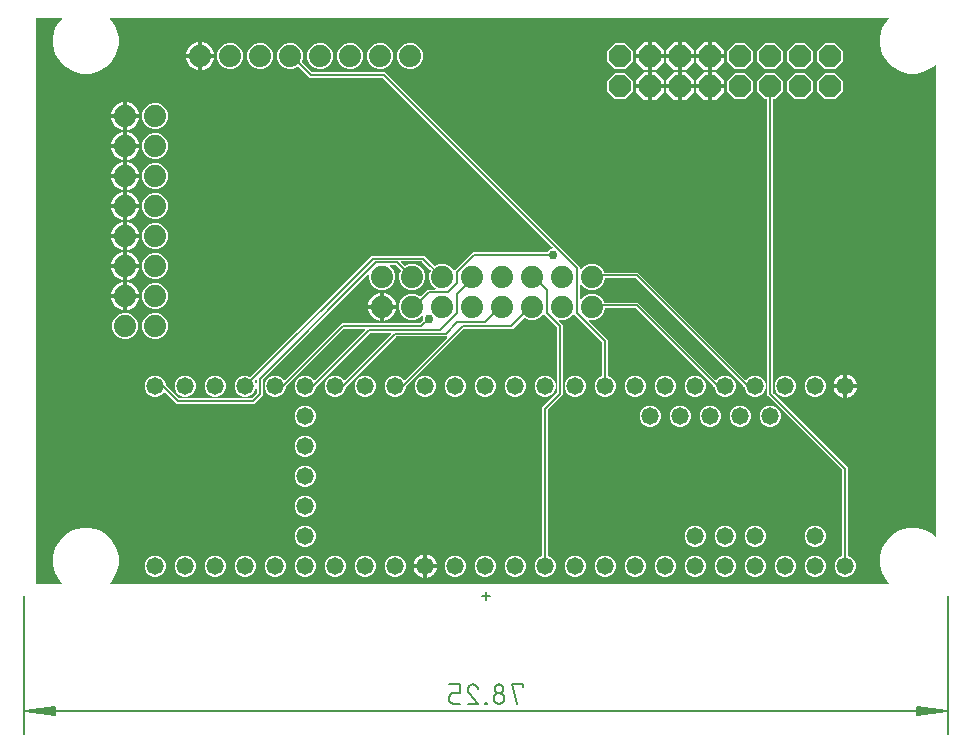
<source format=gbr>
G04 EAGLE Gerber X2 export*
%TF.Part,Single*%
%TF.FileFunction,Copper,L2,Bot,Mixed*%
%TF.FilePolarity,Positive*%
%TF.GenerationSoftware,Autodesk,EAGLE,9.0.1*%
%TF.CreationDate,2018-06-21T21:19:49Z*%
G75*
%MOMM*%
%FSLAX34Y34*%
%LPD*%
%AMOC8*
5,1,8,0,0,1.08239X$1,22.5*%
G01*
%ADD10C,0.130000*%
%ADD11C,0.152400*%
%ADD12C,1.879600*%
%ADD13P,2.034460X8X22.500000*%
%ADD14C,1.473200*%
%ADD15C,0.756400*%

G36*
X148954Y10172D02*
X148954Y10172D01*
X149026Y10174D01*
X149075Y10192D01*
X149126Y10200D01*
X149189Y10234D01*
X149257Y10259D01*
X149297Y10291D01*
X149343Y10316D01*
X149393Y10368D01*
X149449Y10412D01*
X149477Y10456D01*
X149513Y10494D01*
X149543Y10559D01*
X149582Y10619D01*
X149594Y10670D01*
X149616Y10717D01*
X149624Y10788D01*
X149642Y10858D01*
X149638Y10910D01*
X149643Y10961D01*
X149628Y11032D01*
X149623Y11103D01*
X149602Y11151D01*
X149591Y11202D01*
X149554Y11263D01*
X149526Y11329D01*
X149482Y11385D01*
X149465Y11413D01*
X149447Y11428D01*
X149422Y11460D01*
X147866Y13016D01*
X144224Y19323D01*
X142339Y26358D01*
X142339Y33642D01*
X144224Y40677D01*
X147866Y46984D01*
X153016Y52134D01*
X159323Y55776D01*
X166358Y57661D01*
X173642Y57661D01*
X180677Y55776D01*
X186984Y52134D01*
X192134Y46984D01*
X195776Y40677D01*
X197661Y33642D01*
X197661Y26358D01*
X195776Y19323D01*
X192134Y13016D01*
X190578Y11460D01*
X190537Y11402D01*
X190487Y11350D01*
X190465Y11303D01*
X190435Y11261D01*
X190414Y11192D01*
X190384Y11127D01*
X190378Y11075D01*
X190363Y11025D01*
X190364Y10954D01*
X190357Y10883D01*
X190368Y10832D01*
X190369Y10780D01*
X190394Y10712D01*
X190409Y10642D01*
X190435Y10597D01*
X190453Y10549D01*
X190498Y10493D01*
X190535Y10431D01*
X190575Y10397D01*
X190607Y10357D01*
X190667Y10318D01*
X190722Y10271D01*
X190770Y10252D01*
X190814Y10224D01*
X190883Y10206D01*
X190950Y10179D01*
X191021Y10171D01*
X191053Y10163D01*
X191076Y10165D01*
X191117Y10161D01*
X848883Y10161D01*
X848954Y10172D01*
X849026Y10174D01*
X849075Y10192D01*
X849126Y10200D01*
X849189Y10234D01*
X849257Y10259D01*
X849297Y10291D01*
X849343Y10316D01*
X849393Y10368D01*
X849449Y10412D01*
X849477Y10456D01*
X849513Y10494D01*
X849543Y10559D01*
X849582Y10619D01*
X849594Y10670D01*
X849616Y10717D01*
X849624Y10788D01*
X849642Y10858D01*
X849638Y10910D01*
X849643Y10961D01*
X849628Y11032D01*
X849623Y11103D01*
X849602Y11151D01*
X849591Y11202D01*
X849554Y11263D01*
X849526Y11329D01*
X849482Y11385D01*
X849465Y11413D01*
X849447Y11428D01*
X849422Y11460D01*
X847866Y13016D01*
X844224Y19323D01*
X842339Y26358D01*
X842339Y33642D01*
X844224Y40677D01*
X847866Y46984D01*
X853016Y52134D01*
X859323Y55776D01*
X866358Y57661D01*
X873642Y57661D01*
X880677Y55776D01*
X886984Y52134D01*
X888540Y50578D01*
X888598Y50537D01*
X888650Y50487D01*
X888697Y50465D01*
X888739Y50435D01*
X888808Y50414D01*
X888873Y50384D01*
X888925Y50378D01*
X888975Y50363D01*
X889046Y50364D01*
X889117Y50357D01*
X889168Y50368D01*
X889220Y50369D01*
X889288Y50394D01*
X889358Y50409D01*
X889403Y50435D01*
X889451Y50453D01*
X889507Y50498D01*
X889569Y50535D01*
X889603Y50575D01*
X889643Y50607D01*
X889682Y50667D01*
X889729Y50722D01*
X889748Y50770D01*
X889776Y50814D01*
X889794Y50883D01*
X889821Y50950D01*
X889829Y51021D01*
X889837Y51053D01*
X889835Y51076D01*
X889839Y51117D01*
X889839Y448883D01*
X889828Y448954D01*
X889826Y449026D01*
X889808Y449075D01*
X889800Y449126D01*
X889766Y449189D01*
X889741Y449257D01*
X889709Y449297D01*
X889684Y449343D01*
X889632Y449393D01*
X889588Y449449D01*
X889544Y449477D01*
X889506Y449513D01*
X889441Y449543D01*
X889381Y449582D01*
X889330Y449594D01*
X889283Y449616D01*
X889212Y449624D01*
X889142Y449642D01*
X889090Y449638D01*
X889039Y449643D01*
X888968Y449628D01*
X888897Y449623D01*
X888849Y449602D01*
X888798Y449591D01*
X888737Y449554D01*
X888671Y449526D01*
X888615Y449482D01*
X888587Y449465D01*
X888572Y449447D01*
X888540Y449422D01*
X886984Y447866D01*
X880677Y444224D01*
X873642Y442339D01*
X866358Y442339D01*
X859323Y444224D01*
X853016Y447866D01*
X847866Y453016D01*
X844224Y459323D01*
X842339Y466358D01*
X842339Y473642D01*
X844224Y480677D01*
X847866Y486984D01*
X849422Y488540D01*
X849463Y488598D01*
X849513Y488650D01*
X849535Y488697D01*
X849565Y488739D01*
X849586Y488808D01*
X849616Y488873D01*
X849622Y488925D01*
X849637Y488975D01*
X849636Y489046D01*
X849643Y489117D01*
X849632Y489168D01*
X849631Y489220D01*
X849606Y489288D01*
X849591Y489358D01*
X849565Y489403D01*
X849547Y489451D01*
X849502Y489507D01*
X849465Y489569D01*
X849425Y489603D01*
X849393Y489643D01*
X849333Y489682D01*
X849278Y489729D01*
X849230Y489748D01*
X849186Y489776D01*
X849117Y489794D01*
X849050Y489821D01*
X848979Y489829D01*
X848947Y489837D01*
X848924Y489835D01*
X848883Y489839D01*
X191117Y489839D01*
X191046Y489828D01*
X190974Y489826D01*
X190925Y489808D01*
X190874Y489800D01*
X190811Y489766D01*
X190743Y489741D01*
X190703Y489709D01*
X190657Y489684D01*
X190607Y489632D01*
X190551Y489588D01*
X190523Y489544D01*
X190487Y489506D01*
X190457Y489441D01*
X190418Y489381D01*
X190406Y489330D01*
X190384Y489283D01*
X190376Y489212D01*
X190358Y489142D01*
X190362Y489090D01*
X190357Y489039D01*
X190372Y488968D01*
X190377Y488897D01*
X190398Y488849D01*
X190409Y488798D01*
X190446Y488737D01*
X190474Y488671D01*
X190518Y488615D01*
X190535Y488587D01*
X190553Y488572D01*
X190578Y488540D01*
X192134Y486984D01*
X195776Y480677D01*
X197661Y473642D01*
X197661Y466358D01*
X195776Y459323D01*
X192134Y453016D01*
X186984Y447866D01*
X180677Y444224D01*
X173642Y442339D01*
X166358Y442339D01*
X159323Y444224D01*
X153016Y447866D01*
X147866Y453016D01*
X144224Y459323D01*
X142339Y466358D01*
X142339Y473642D01*
X144224Y480677D01*
X147866Y486984D01*
X149422Y488540D01*
X149463Y488598D01*
X149513Y488650D01*
X149535Y488697D01*
X149565Y488739D01*
X149586Y488808D01*
X149616Y488873D01*
X149622Y488925D01*
X149637Y488975D01*
X149636Y489046D01*
X149643Y489117D01*
X149632Y489168D01*
X149631Y489220D01*
X149606Y489288D01*
X149591Y489358D01*
X149565Y489403D01*
X149547Y489451D01*
X149502Y489507D01*
X149465Y489569D01*
X149425Y489603D01*
X149393Y489643D01*
X149333Y489682D01*
X149278Y489729D01*
X149230Y489748D01*
X149186Y489776D01*
X149117Y489794D01*
X149050Y489821D01*
X148979Y489829D01*
X148947Y489837D01*
X148924Y489835D01*
X148883Y489839D01*
X128422Y489839D01*
X128402Y489836D01*
X128383Y489838D01*
X128281Y489816D01*
X128179Y489800D01*
X128162Y489790D01*
X128142Y489786D01*
X128053Y489733D01*
X127962Y489684D01*
X127948Y489670D01*
X127931Y489660D01*
X127864Y489581D01*
X127792Y489506D01*
X127784Y489488D01*
X127771Y489473D01*
X127732Y489377D01*
X127689Y489283D01*
X127687Y489263D01*
X127679Y489245D01*
X127661Y489078D01*
X127661Y10922D01*
X127664Y10902D01*
X127662Y10883D01*
X127684Y10781D01*
X127700Y10679D01*
X127710Y10662D01*
X127714Y10642D01*
X127767Y10553D01*
X127816Y10462D01*
X127830Y10448D01*
X127840Y10431D01*
X127919Y10364D01*
X127994Y10292D01*
X128012Y10284D01*
X128027Y10271D01*
X128123Y10232D01*
X128217Y10189D01*
X128237Y10187D01*
X128255Y10179D01*
X128422Y10161D01*
X148883Y10161D01*
X148954Y10172D01*
G37*
%LPC*%
G36*
X557032Y16509D02*
X557032Y16509D01*
X553764Y17863D01*
X551263Y20364D01*
X549909Y23632D01*
X549909Y27168D01*
X551263Y30436D01*
X553764Y32937D01*
X556043Y33881D01*
X556143Y33943D01*
X556243Y34003D01*
X556247Y34008D01*
X556252Y34011D01*
X556327Y34101D01*
X556403Y34190D01*
X556405Y34196D01*
X556409Y34200D01*
X556451Y34309D01*
X556495Y34418D01*
X556496Y34426D01*
X556497Y34430D01*
X556498Y34448D01*
X556513Y34585D01*
X556513Y159697D01*
X568990Y172174D01*
X569043Y172248D01*
X569103Y172318D01*
X569115Y172348D01*
X569134Y172374D01*
X569161Y172461D01*
X569195Y172546D01*
X569199Y172587D01*
X569206Y172609D01*
X569205Y172641D01*
X569213Y172713D01*
X569213Y227337D01*
X569199Y227428D01*
X569191Y227518D01*
X569179Y227548D01*
X569174Y227580D01*
X569131Y227661D01*
X569095Y227745D01*
X569069Y227777D01*
X569058Y227798D01*
X569035Y227820D01*
X568990Y227876D01*
X559663Y237203D01*
X558079Y238787D01*
X558063Y238799D01*
X558050Y238814D01*
X557963Y238870D01*
X557879Y238931D01*
X557860Y238937D01*
X557843Y238947D01*
X557743Y238973D01*
X557644Y239003D01*
X557624Y239003D01*
X557605Y239007D01*
X557502Y238999D01*
X557398Y238997D01*
X557379Y238990D01*
X557360Y238988D01*
X557265Y238948D01*
X557167Y238912D01*
X557152Y238900D01*
X557133Y238892D01*
X557002Y238787D01*
X553913Y235698D01*
X549898Y234035D01*
X545553Y234035D01*
X541503Y235713D01*
X541470Y235734D01*
X541386Y235794D01*
X541367Y235800D01*
X541350Y235810D01*
X541250Y235836D01*
X541151Y235866D01*
X541131Y235866D01*
X541112Y235871D01*
X541009Y235863D01*
X540905Y235860D01*
X540886Y235853D01*
X540867Y235851D01*
X540772Y235811D01*
X540674Y235775D01*
X540658Y235763D01*
X540640Y235755D01*
X540509Y235650D01*
X531172Y226313D01*
X490213Y226313D01*
X490122Y226299D01*
X490032Y226291D01*
X490002Y226279D01*
X489970Y226274D01*
X489889Y226231D01*
X489805Y226195D01*
X489773Y226169D01*
X489752Y226158D01*
X489730Y226135D01*
X489674Y226090D01*
X440914Y177330D01*
X440861Y177256D01*
X440801Y177186D01*
X440789Y177156D01*
X440770Y177130D01*
X440743Y177043D01*
X440709Y176958D01*
X440705Y176917D01*
X440698Y176895D01*
X440699Y176863D01*
X440691Y176791D01*
X440691Y176032D01*
X439337Y172764D01*
X436836Y170263D01*
X433568Y168909D01*
X430032Y168909D01*
X426764Y170263D01*
X424263Y172764D01*
X422909Y176032D01*
X422909Y179568D01*
X424263Y182836D01*
X426764Y185337D01*
X430032Y186691D01*
X433568Y186691D01*
X436836Y185337D01*
X439106Y183067D01*
X439123Y183055D01*
X439135Y183040D01*
X439222Y182984D01*
X439306Y182923D01*
X439325Y182918D01*
X439342Y182907D01*
X439442Y182881D01*
X439541Y182851D01*
X439561Y182852D01*
X439581Y182847D01*
X439683Y182855D01*
X439787Y182857D01*
X439806Y182864D01*
X439826Y182866D01*
X439921Y182906D01*
X440018Y182942D01*
X440034Y182954D01*
X440052Y182962D01*
X440183Y183067D01*
X475780Y218664D01*
X475822Y218722D01*
X475871Y218774D01*
X475893Y218821D01*
X475923Y218863D01*
X475944Y218932D01*
X475975Y218997D01*
X475980Y219049D01*
X475996Y219099D01*
X475994Y219170D01*
X476002Y219241D01*
X475991Y219292D01*
X475989Y219344D01*
X475965Y219412D01*
X475950Y219482D01*
X475923Y219526D01*
X475905Y219575D01*
X475860Y219631D01*
X475823Y219693D01*
X475784Y219727D01*
X475751Y219767D01*
X475691Y219806D01*
X475636Y219853D01*
X475588Y219872D01*
X475544Y219900D01*
X475475Y219918D01*
X475408Y219945D01*
X475337Y219953D01*
X475306Y219961D01*
X475282Y219959D01*
X475242Y219963D01*
X433063Y219963D01*
X432972Y219949D01*
X432882Y219941D01*
X432852Y219929D01*
X432820Y219924D01*
X432739Y219881D01*
X432655Y219845D01*
X432623Y219819D01*
X432602Y219808D01*
X432580Y219785D01*
X432524Y219740D01*
X390114Y177330D01*
X390061Y177256D01*
X390001Y177186D01*
X389989Y177156D01*
X389970Y177130D01*
X389943Y177043D01*
X389909Y176958D01*
X389905Y176917D01*
X389898Y176895D01*
X389899Y176863D01*
X389891Y176791D01*
X389891Y176032D01*
X388537Y172764D01*
X386036Y170263D01*
X382768Y168909D01*
X379232Y168909D01*
X375964Y170263D01*
X373463Y172764D01*
X372109Y176032D01*
X372109Y179568D01*
X373463Y182836D01*
X375964Y185337D01*
X379232Y186691D01*
X382768Y186691D01*
X386036Y185337D01*
X388306Y183067D01*
X388323Y183055D01*
X388335Y183040D01*
X388422Y182984D01*
X388506Y182923D01*
X388525Y182918D01*
X388542Y182907D01*
X388642Y182881D01*
X388741Y182851D01*
X388761Y182852D01*
X388781Y182847D01*
X388883Y182855D01*
X388987Y182857D01*
X389006Y182864D01*
X389026Y182866D01*
X389121Y182906D01*
X389218Y182942D01*
X389234Y182954D01*
X389252Y182962D01*
X389383Y183067D01*
X428155Y221839D01*
X428197Y221897D01*
X428246Y221949D01*
X428268Y221996D01*
X428298Y222038D01*
X428319Y222107D01*
X428350Y222172D01*
X428355Y222224D01*
X428371Y222274D01*
X428369Y222345D01*
X428377Y222416D01*
X428366Y222467D01*
X428364Y222519D01*
X428340Y222587D01*
X428325Y222657D01*
X428298Y222701D01*
X428280Y222750D01*
X428235Y222806D01*
X428198Y222868D01*
X428159Y222902D01*
X428126Y222942D01*
X428066Y222981D01*
X428011Y223028D01*
X427963Y223047D01*
X427919Y223075D01*
X427850Y223093D01*
X427783Y223120D01*
X427712Y223128D01*
X427681Y223136D01*
X427657Y223134D01*
X427617Y223138D01*
X410838Y223138D01*
X410747Y223124D01*
X410657Y223116D01*
X410627Y223104D01*
X410595Y223099D01*
X410514Y223056D01*
X410430Y223020D01*
X410398Y222994D01*
X410377Y222983D01*
X410355Y222960D01*
X410299Y222915D01*
X364714Y177330D01*
X364661Y177256D01*
X364601Y177186D01*
X364589Y177156D01*
X364570Y177130D01*
X364543Y177043D01*
X364509Y176958D01*
X364505Y176917D01*
X364498Y176895D01*
X364499Y176863D01*
X364491Y176791D01*
X364491Y176032D01*
X363137Y172764D01*
X360636Y170263D01*
X357368Y168909D01*
X353832Y168909D01*
X350564Y170263D01*
X348063Y172764D01*
X346709Y176032D01*
X346709Y179568D01*
X348063Y182836D01*
X350564Y185337D01*
X353832Y186691D01*
X357368Y186691D01*
X360636Y185337D01*
X362906Y183067D01*
X362923Y183055D01*
X362935Y183040D01*
X363022Y182984D01*
X363106Y182923D01*
X363125Y182918D01*
X363142Y182907D01*
X363242Y182881D01*
X363341Y182851D01*
X363361Y182852D01*
X363381Y182847D01*
X363483Y182855D01*
X363587Y182857D01*
X363606Y182864D01*
X363626Y182866D01*
X363721Y182906D01*
X363818Y182942D01*
X363834Y182954D01*
X363852Y182962D01*
X363983Y183067D01*
X405930Y225014D01*
X405972Y225072D01*
X406021Y225124D01*
X406043Y225171D01*
X406073Y225213D01*
X406094Y225282D01*
X406125Y225347D01*
X406130Y225399D01*
X406146Y225449D01*
X406144Y225520D01*
X406152Y225591D01*
X406141Y225642D01*
X406139Y225694D01*
X406115Y225762D01*
X406100Y225832D01*
X406073Y225876D01*
X406055Y225925D01*
X406010Y225981D01*
X405973Y226043D01*
X405934Y226077D01*
X405901Y226117D01*
X405841Y226156D01*
X405786Y226203D01*
X405738Y226222D01*
X405694Y226250D01*
X405625Y226268D01*
X405558Y226295D01*
X405487Y226303D01*
X405456Y226311D01*
X405432Y226309D01*
X405392Y226313D01*
X388613Y226313D01*
X388522Y226299D01*
X388432Y226291D01*
X388402Y226279D01*
X388370Y226274D01*
X388289Y226231D01*
X388205Y226195D01*
X388173Y226169D01*
X388152Y226158D01*
X388130Y226135D01*
X388074Y226090D01*
X339314Y177330D01*
X339261Y177256D01*
X339201Y177186D01*
X339189Y177156D01*
X339170Y177130D01*
X339143Y177043D01*
X339109Y176958D01*
X339105Y176917D01*
X339098Y176895D01*
X339099Y176863D01*
X339091Y176791D01*
X339091Y176032D01*
X337737Y172764D01*
X335236Y170263D01*
X331968Y168909D01*
X328432Y168909D01*
X325164Y170263D01*
X322663Y172764D01*
X321309Y176032D01*
X321309Y179568D01*
X322663Y182836D01*
X325164Y185337D01*
X328432Y186691D01*
X331968Y186691D01*
X335236Y185337D01*
X337506Y183067D01*
X337523Y183055D01*
X337535Y183040D01*
X337622Y182984D01*
X337706Y182923D01*
X337725Y182918D01*
X337742Y182907D01*
X337842Y182881D01*
X337941Y182851D01*
X337961Y182852D01*
X337981Y182847D01*
X338083Y182855D01*
X338187Y182857D01*
X338206Y182864D01*
X338226Y182866D01*
X338321Y182906D01*
X338418Y182942D01*
X338434Y182954D01*
X338452Y182962D01*
X338583Y183067D01*
X384840Y229324D01*
X386403Y230887D01*
X452762Y230887D01*
X452853Y230901D01*
X452943Y230909D01*
X452973Y230921D01*
X453005Y230926D01*
X453086Y230969D01*
X453170Y231005D01*
X453202Y231031D01*
X453223Y231042D01*
X453245Y231065D01*
X453301Y231110D01*
X454845Y232654D01*
X454898Y232728D01*
X454958Y232798D01*
X454970Y232828D01*
X454989Y232854D01*
X455016Y232941D01*
X455050Y233026D01*
X455054Y233067D01*
X455061Y233089D01*
X455060Y233121D01*
X455068Y233193D01*
X455068Y236615D01*
X455057Y236686D01*
X455055Y236758D01*
X455037Y236807D01*
X455029Y236858D01*
X454995Y236921D01*
X454970Y236989D01*
X454938Y237029D01*
X454913Y237076D01*
X454861Y237125D01*
X454817Y237181D01*
X454773Y237209D01*
X454735Y237245D01*
X454670Y237275D01*
X454610Y237314D01*
X454559Y237327D01*
X454512Y237349D01*
X454441Y237356D01*
X454371Y237374D01*
X454319Y237370D01*
X454268Y237376D01*
X454197Y237360D01*
X454126Y237355D01*
X454078Y237334D01*
X454027Y237323D01*
X453966Y237287D01*
X453900Y237258D01*
X453844Y237214D01*
X453816Y237197D01*
X453801Y237179D01*
X453769Y237154D01*
X452313Y235698D01*
X448298Y234035D01*
X443953Y234035D01*
X439938Y235698D01*
X436866Y238770D01*
X435203Y242785D01*
X435203Y247130D01*
X436866Y251145D01*
X439938Y254217D01*
X443953Y255880D01*
X448298Y255880D01*
X452313Y254217D01*
X452710Y253820D01*
X452726Y253809D01*
X452739Y253793D01*
X452826Y253737D01*
X452910Y253677D01*
X452929Y253671D01*
X452945Y253660D01*
X453046Y253635D01*
X453145Y253604D01*
X453165Y253605D01*
X453184Y253600D01*
X453287Y253608D01*
X453391Y253611D01*
X453409Y253618D01*
X453429Y253619D01*
X453524Y253660D01*
X453622Y253695D01*
X453637Y253708D01*
X453655Y253716D01*
X453786Y253820D01*
X459428Y259462D01*
X465461Y259462D01*
X465557Y259477D01*
X465654Y259487D01*
X465678Y259497D01*
X465704Y259501D01*
X465790Y259547D01*
X465879Y259587D01*
X465898Y259604D01*
X465921Y259617D01*
X465988Y259687D01*
X466060Y259753D01*
X466073Y259776D01*
X466091Y259795D01*
X466132Y259883D01*
X466179Y259969D01*
X466183Y259994D01*
X466194Y260018D01*
X466205Y260115D01*
X466222Y260211D01*
X466218Y260237D01*
X466221Y260262D01*
X466201Y260357D01*
X466186Y260454D01*
X466175Y260477D01*
X466169Y260503D01*
X466119Y260586D01*
X466075Y260673D01*
X466056Y260692D01*
X466043Y260714D01*
X465969Y260777D01*
X465899Y260845D01*
X465871Y260861D01*
X465856Y260874D01*
X465825Y260886D01*
X465752Y260926D01*
X465338Y261098D01*
X462266Y264170D01*
X460603Y268185D01*
X460603Y272530D01*
X461871Y275593D01*
X461879Y275627D01*
X461882Y275632D01*
X461883Y275641D01*
X461898Y275706D01*
X461927Y275820D01*
X461926Y275826D01*
X461928Y275832D01*
X461917Y275949D01*
X461907Y276065D01*
X461905Y276071D01*
X461904Y276077D01*
X461857Y276185D01*
X461811Y276291D01*
X461806Y276297D01*
X461804Y276302D01*
X461792Y276316D01*
X461706Y276422D01*
X454888Y283240D01*
X454814Y283293D01*
X454745Y283353D01*
X454715Y283365D01*
X454689Y283384D01*
X454602Y283411D01*
X454517Y283445D01*
X454476Y283449D01*
X454453Y283456D01*
X454421Y283455D01*
X454350Y283463D01*
X437571Y283463D01*
X437500Y283452D01*
X437429Y283450D01*
X437380Y283432D01*
X437328Y283424D01*
X437265Y283390D01*
X437198Y283365D01*
X437157Y283333D01*
X437111Y283308D01*
X437062Y283257D01*
X437005Y283212D01*
X436977Y283168D01*
X436941Y283130D01*
X436911Y283065D01*
X436872Y283005D01*
X436860Y282954D01*
X436838Y282907D01*
X436830Y282836D01*
X436812Y282766D01*
X436816Y282714D01*
X436811Y282663D01*
X436826Y282592D01*
X436832Y282521D01*
X436852Y282473D01*
X436863Y282422D01*
X436900Y282361D01*
X436928Y282295D01*
X436973Y282239D01*
X436989Y282211D01*
X437001Y282201D01*
X437003Y282197D01*
X437012Y282190D01*
X437033Y282164D01*
X439325Y279872D01*
X439419Y279804D01*
X439513Y279734D01*
X439519Y279732D01*
X439524Y279728D01*
X439635Y279694D01*
X439747Y279658D01*
X439753Y279658D01*
X439759Y279656D01*
X439876Y279659D01*
X439993Y279660D01*
X440000Y279662D01*
X440005Y279662D01*
X440023Y279669D01*
X440154Y279707D01*
X443953Y281280D01*
X448298Y281280D01*
X452313Y279617D01*
X455385Y276545D01*
X457048Y272530D01*
X457048Y268185D01*
X455385Y264170D01*
X452313Y261098D01*
X448298Y259435D01*
X443953Y259435D01*
X439938Y261098D01*
X436866Y264170D01*
X435203Y268185D01*
X435203Y272530D01*
X436471Y275593D01*
X436479Y275627D01*
X436482Y275632D01*
X436483Y275641D01*
X436498Y275706D01*
X436527Y275820D01*
X436526Y275826D01*
X436528Y275832D01*
X436517Y275949D01*
X436507Y276065D01*
X436505Y276071D01*
X436504Y276077D01*
X436457Y276185D01*
X436411Y276291D01*
X436406Y276297D01*
X436404Y276302D01*
X436392Y276315D01*
X436306Y276422D01*
X432663Y280065D01*
X432589Y280118D01*
X432520Y280178D01*
X432490Y280190D01*
X432464Y280209D01*
X432377Y280236D01*
X432292Y280270D01*
X432251Y280274D01*
X432228Y280281D01*
X432196Y280280D01*
X432125Y280288D01*
X428080Y280288D01*
X428009Y280277D01*
X427937Y280275D01*
X427888Y280257D01*
X427837Y280249D01*
X427774Y280215D01*
X427706Y280190D01*
X427666Y280158D01*
X427620Y280133D01*
X427570Y280081D01*
X427514Y280037D01*
X427486Y279993D01*
X427450Y279955D01*
X427420Y279890D01*
X427381Y279830D01*
X427369Y279779D01*
X427347Y279732D01*
X427339Y279661D01*
X427321Y279591D01*
X427325Y279539D01*
X427320Y279488D01*
X427335Y279417D01*
X427340Y279346D01*
X427361Y279298D01*
X427372Y279247D01*
X427409Y279186D01*
X427437Y279120D01*
X427482Y279064D01*
X427498Y279036D01*
X427516Y279021D01*
X427542Y278989D01*
X429985Y276545D01*
X431648Y272530D01*
X431648Y268185D01*
X429985Y264170D01*
X426913Y261098D01*
X422898Y259435D01*
X418553Y259435D01*
X414538Y261098D01*
X411466Y264170D01*
X409803Y268185D01*
X409803Y271381D01*
X409791Y271452D01*
X409789Y271524D01*
X409772Y271573D01*
X409763Y271624D01*
X409730Y271687D01*
X409705Y271755D01*
X409672Y271795D01*
X409648Y271841D01*
X409596Y271891D01*
X409551Y271947D01*
X409507Y271975D01*
X409470Y272011D01*
X409405Y272041D01*
X409344Y272080D01*
X409294Y272092D01*
X409247Y272114D01*
X409175Y272122D01*
X409106Y272140D01*
X409054Y272136D01*
X409002Y272141D01*
X408932Y272126D01*
X408861Y272121D01*
X408813Y272100D01*
X408762Y272089D01*
X408700Y272052D01*
X408634Y272024D01*
X408578Y271979D01*
X408551Y271963D01*
X408535Y271945D01*
X408503Y271919D01*
X320010Y183426D01*
X319957Y183352D01*
X319897Y183282D01*
X319885Y183252D01*
X319866Y183226D01*
X319839Y183139D01*
X319805Y183054D01*
X319801Y183013D01*
X319794Y182991D01*
X319795Y182959D01*
X319787Y182887D01*
X319787Y170503D01*
X312097Y162813D01*
X246703Y162813D01*
X245140Y164376D01*
X236983Y172533D01*
X236967Y172545D01*
X236954Y172560D01*
X236867Y172616D01*
X236783Y172677D01*
X236764Y172682D01*
X236747Y172693D01*
X236647Y172719D01*
X236548Y172749D01*
X236528Y172748D01*
X236509Y172753D01*
X236406Y172745D01*
X236302Y172743D01*
X236284Y172736D01*
X236264Y172734D01*
X236169Y172694D01*
X236071Y172658D01*
X236056Y172646D01*
X236037Y172638D01*
X235906Y172533D01*
X233636Y170263D01*
X230368Y168909D01*
X226832Y168909D01*
X223564Y170263D01*
X221063Y172764D01*
X219709Y176032D01*
X219709Y179568D01*
X221063Y182836D01*
X223564Y185337D01*
X226832Y186691D01*
X230368Y186691D01*
X233636Y185337D01*
X236137Y182836D01*
X237491Y179568D01*
X237491Y178809D01*
X237505Y178718D01*
X237513Y178628D01*
X237525Y178598D01*
X237530Y178566D01*
X237573Y178485D01*
X237609Y178401D01*
X237635Y178369D01*
X237646Y178348D01*
X237669Y178326D01*
X237714Y178270D01*
X248374Y167610D01*
X248448Y167557D01*
X248518Y167497D01*
X248548Y167485D01*
X248574Y167466D01*
X248661Y167439D01*
X248746Y167405D01*
X248787Y167401D01*
X248809Y167394D01*
X248841Y167395D01*
X248913Y167387D01*
X309887Y167387D01*
X309978Y167401D01*
X310068Y167409D01*
X310098Y167421D01*
X310130Y167426D01*
X310211Y167469D01*
X310295Y167505D01*
X310327Y167531D01*
X310348Y167542D01*
X310370Y167565D01*
X310426Y167610D01*
X314990Y172174D01*
X315043Y172248D01*
X315103Y172318D01*
X315115Y172348D01*
X315134Y172374D01*
X315161Y172461D01*
X315195Y172546D01*
X315199Y172587D01*
X315206Y172609D01*
X315205Y172641D01*
X315213Y172713D01*
X315213Y183142D01*
X315202Y183212D01*
X315200Y183284D01*
X315182Y183333D01*
X315174Y183384D01*
X315140Y183448D01*
X315115Y183515D01*
X315083Y183556D01*
X315058Y183602D01*
X315007Y183651D01*
X314962Y183707D01*
X314918Y183735D01*
X314880Y183771D01*
X314815Y183801D01*
X314755Y183840D01*
X314704Y183853D01*
X314657Y183875D01*
X314586Y183883D01*
X314516Y183900D01*
X314464Y183896D01*
X314413Y183902D01*
X314342Y183887D01*
X314271Y183881D01*
X314223Y183861D01*
X314172Y183850D01*
X314111Y183813D01*
X314045Y183785D01*
X313989Y183740D01*
X313961Y183723D01*
X313946Y183706D01*
X313914Y183680D01*
X312912Y182678D01*
X312843Y182583D01*
X312774Y182489D01*
X312772Y182483D01*
X312768Y182478D01*
X312734Y182366D01*
X312697Y182255D01*
X312697Y182249D01*
X312696Y182243D01*
X312699Y182126D01*
X312700Y182009D01*
X312702Y182002D01*
X312702Y181997D01*
X312708Y181979D01*
X312746Y181848D01*
X313691Y179568D01*
X313691Y176032D01*
X312337Y172764D01*
X309836Y170263D01*
X306568Y168909D01*
X303032Y168909D01*
X299764Y170263D01*
X297263Y172764D01*
X295909Y176032D01*
X295909Y179568D01*
X297263Y182836D01*
X299764Y185337D01*
X303032Y186691D01*
X306568Y186691D01*
X308848Y185746D01*
X308962Y185720D01*
X309075Y185691D01*
X309081Y185692D01*
X309087Y185690D01*
X309204Y185701D01*
X309320Y185710D01*
X309326Y185713D01*
X309332Y185713D01*
X309440Y185761D01*
X309547Y185807D01*
X309552Y185811D01*
X309557Y185813D01*
X309571Y185826D01*
X309678Y185912D01*
X411803Y288037D01*
X456560Y288037D01*
X464725Y279872D01*
X464819Y279804D01*
X464913Y279734D01*
X464919Y279732D01*
X464924Y279728D01*
X465035Y279694D01*
X465147Y279658D01*
X465153Y279658D01*
X465159Y279656D01*
X465276Y279659D01*
X465393Y279660D01*
X465400Y279662D01*
X465405Y279662D01*
X465423Y279669D01*
X465554Y279707D01*
X469353Y281280D01*
X473698Y281280D01*
X477713Y279617D01*
X480785Y276545D01*
X480957Y276130D01*
X480982Y276091D01*
X480997Y276048D01*
X481046Y275987D01*
X481087Y275921D01*
X481122Y275891D01*
X481151Y275856D01*
X481216Y275814D01*
X481276Y275764D01*
X481319Y275747D01*
X481358Y275723D01*
X481433Y275704D01*
X481506Y275676D01*
X481552Y275674D01*
X481596Y275663D01*
X481674Y275669D01*
X481752Y275665D01*
X481796Y275678D01*
X481842Y275682D01*
X481913Y275712D01*
X481988Y275734D01*
X482026Y275760D01*
X482068Y275778D01*
X482175Y275863D01*
X482190Y275874D01*
X482193Y275878D01*
X482199Y275883D01*
X483463Y277147D01*
X497528Y291212D01*
X559617Y291212D01*
X559707Y291226D01*
X559798Y291234D01*
X559827Y291246D01*
X559859Y291251D01*
X559940Y291294D01*
X560024Y291330D01*
X560056Y291356D01*
X560077Y291367D01*
X560099Y291390D01*
X560155Y291435D01*
X562952Y294232D01*
X564297Y294232D01*
X564367Y294243D01*
X564439Y294245D01*
X564488Y294263D01*
X564539Y294271D01*
X564603Y294305D01*
X564670Y294330D01*
X564711Y294362D01*
X564757Y294387D01*
X564806Y294439D01*
X564862Y294483D01*
X564890Y294527D01*
X564926Y294565D01*
X564956Y294630D01*
X564995Y294690D01*
X565008Y294741D01*
X565030Y294788D01*
X565038Y294859D01*
X565055Y294929D01*
X565051Y294981D01*
X565057Y295032D01*
X565042Y295103D01*
X565036Y295174D01*
X565016Y295222D01*
X565005Y295273D01*
X564968Y295334D01*
X564940Y295400D01*
X564895Y295456D01*
X564878Y295484D01*
X564861Y295499D01*
X564835Y295531D01*
X421551Y438815D01*
X421477Y438868D01*
X421407Y438928D01*
X421377Y438940D01*
X421351Y438959D01*
X421264Y438986D01*
X421179Y439020D01*
X421138Y439024D01*
X421116Y439031D01*
X421084Y439030D01*
X421012Y439038D01*
X359415Y439038D01*
X350339Y448115D01*
X350322Y448127D01*
X350310Y448142D01*
X350223Y448198D01*
X350139Y448259D01*
X350120Y448264D01*
X350103Y448275D01*
X350003Y448300D01*
X349904Y448331D01*
X349884Y448330D01*
X349865Y448335D01*
X349762Y448327D01*
X349658Y448325D01*
X349639Y448318D01*
X349619Y448316D01*
X349524Y448276D01*
X349427Y448240D01*
X349411Y448228D01*
X349393Y448220D01*
X349262Y448115D01*
X349087Y447940D01*
X345073Y446277D01*
X340727Y446277D01*
X336713Y447940D01*
X333640Y451013D01*
X331977Y455027D01*
X331977Y459373D01*
X333640Y463387D01*
X336713Y466460D01*
X340727Y468123D01*
X345073Y468123D01*
X349087Y466460D01*
X352160Y463387D01*
X353823Y459373D01*
X353823Y455027D01*
X352867Y452719D01*
X352857Y452679D01*
X352845Y452652D01*
X352839Y452602D01*
X352811Y452492D01*
X352812Y452486D01*
X352811Y452480D01*
X352822Y452363D01*
X352831Y452247D01*
X352833Y452241D01*
X352834Y452235D01*
X352881Y452127D01*
X352927Y452021D01*
X352932Y452015D01*
X352934Y452010D01*
X352946Y451996D01*
X353032Y451890D01*
X361087Y443835D01*
X361161Y443782D01*
X361230Y443722D01*
X361260Y443710D01*
X361286Y443691D01*
X361373Y443664D01*
X361458Y443630D01*
X361499Y443626D01*
X361522Y443619D01*
X361554Y443620D01*
X361625Y443612D01*
X423222Y443612D01*
X588074Y278760D01*
X588074Y277191D01*
X588086Y277120D01*
X588088Y277049D01*
X588106Y277000D01*
X588114Y276948D01*
X588148Y276885D01*
X588172Y276818D01*
X588205Y276777D01*
X588229Y276731D01*
X588281Y276682D01*
X588326Y276626D01*
X588370Y276597D01*
X588407Y276562D01*
X588472Y276531D01*
X588533Y276493D01*
X588583Y276480D01*
X588630Y276458D01*
X588702Y276450D01*
X588771Y276433D01*
X588823Y276437D01*
X588875Y276431D01*
X588945Y276446D01*
X589016Y276452D01*
X589064Y276472D01*
X589115Y276483D01*
X589177Y276520D01*
X589243Y276548D01*
X589299Y276593D01*
X589326Y276609D01*
X589342Y276627D01*
X589374Y276653D01*
X592338Y279617D01*
X596353Y281280D01*
X600698Y281280D01*
X604713Y279617D01*
X607785Y276545D01*
X608749Y274219D01*
X608810Y274120D01*
X608870Y274020D01*
X608875Y274015D01*
X608878Y274010D01*
X608968Y273936D01*
X609057Y273860D01*
X609063Y273857D01*
X609068Y273853D01*
X609176Y273812D01*
X609285Y273768D01*
X609293Y273767D01*
X609297Y273765D01*
X609316Y273764D01*
X609452Y273749D01*
X637535Y273749D01*
X639097Y272187D01*
X728217Y183067D01*
X728233Y183055D01*
X728246Y183040D01*
X728333Y182984D01*
X728417Y182923D01*
X728436Y182918D01*
X728453Y182907D01*
X728553Y182881D01*
X728652Y182851D01*
X728672Y182852D01*
X728691Y182847D01*
X728794Y182855D01*
X728898Y182857D01*
X728916Y182864D01*
X728936Y182866D01*
X729031Y182906D01*
X729129Y182942D01*
X729144Y182954D01*
X729163Y182962D01*
X729294Y183067D01*
X731564Y185337D01*
X734832Y186691D01*
X738368Y186691D01*
X741636Y185337D01*
X744137Y182836D01*
X745491Y179568D01*
X745491Y176032D01*
X744137Y172764D01*
X741636Y170263D01*
X738368Y168909D01*
X734832Y168909D01*
X731564Y170263D01*
X729063Y172764D01*
X727709Y176032D01*
X727709Y176792D01*
X727695Y176882D01*
X727687Y176973D01*
X727675Y177002D01*
X727670Y177034D01*
X727627Y177115D01*
X727591Y177199D01*
X727565Y177231D01*
X727554Y177252D01*
X727531Y177274D01*
X727486Y177330D01*
X635863Y268953D01*
X635789Y269006D01*
X635720Y269065D01*
X635690Y269078D01*
X635664Y269096D01*
X635577Y269123D01*
X635492Y269157D01*
X635451Y269162D01*
X635428Y269169D01*
X635396Y269168D01*
X635325Y269176D01*
X610210Y269176D01*
X610190Y269173D01*
X610170Y269175D01*
X610069Y269153D01*
X609967Y269136D01*
X609949Y269127D01*
X609930Y269122D01*
X609841Y269069D01*
X609749Y269021D01*
X609736Y269007D01*
X609719Y268996D01*
X609651Y268918D01*
X609580Y268843D01*
X609572Y268825D01*
X609559Y268809D01*
X609520Y268713D01*
X609476Y268620D01*
X609474Y268600D01*
X609467Y268581D01*
X609448Y268415D01*
X609448Y268185D01*
X607785Y264170D01*
X604713Y261098D01*
X600698Y259435D01*
X596353Y259435D01*
X592338Y261098D01*
X589374Y264062D01*
X589316Y264104D01*
X589264Y264154D01*
X589216Y264176D01*
X589174Y264206D01*
X589106Y264227D01*
X589040Y264257D01*
X588989Y264263D01*
X588939Y264278D01*
X588867Y264276D01*
X588796Y264284D01*
X588745Y264273D01*
X588693Y264272D01*
X588626Y264247D01*
X588556Y264232D01*
X588511Y264205D01*
X588462Y264187D01*
X588406Y264143D01*
X588345Y264106D01*
X588311Y264066D01*
X588270Y264034D01*
X588231Y263973D01*
X588185Y263919D01*
X588165Y263871D01*
X588137Y263827D01*
X588120Y263757D01*
X588093Y263691D01*
X588085Y263619D01*
X588077Y263588D01*
X588079Y263565D01*
X588074Y263524D01*
X588074Y251791D01*
X588086Y251720D01*
X588088Y251649D01*
X588106Y251600D01*
X588114Y251548D01*
X588148Y251485D01*
X588172Y251418D01*
X588205Y251377D01*
X588229Y251331D01*
X588281Y251282D01*
X588326Y251226D01*
X588370Y251197D01*
X588407Y251162D01*
X588472Y251131D01*
X588533Y251093D01*
X588583Y251080D01*
X588630Y251058D01*
X588702Y251050D01*
X588771Y251033D01*
X588823Y251037D01*
X588875Y251031D01*
X588945Y251046D01*
X589016Y251052D01*
X589064Y251072D01*
X589115Y251083D01*
X589177Y251120D01*
X589243Y251148D01*
X589299Y251193D01*
X589326Y251209D01*
X589342Y251227D01*
X589374Y251253D01*
X592338Y254217D01*
X596353Y255880D01*
X600698Y255880D01*
X604713Y254217D01*
X607785Y251145D01*
X608749Y248819D01*
X608810Y248720D01*
X608870Y248620D01*
X608875Y248615D01*
X608878Y248610D01*
X608968Y248536D01*
X609057Y248460D01*
X609063Y248457D01*
X609068Y248453D01*
X609176Y248412D01*
X609285Y248368D01*
X609293Y248367D01*
X609297Y248365D01*
X609316Y248364D01*
X609452Y248349D01*
X637535Y248349D01*
X639097Y246787D01*
X702817Y183067D01*
X702833Y183055D01*
X702846Y183040D01*
X702933Y182984D01*
X703017Y182923D01*
X703036Y182918D01*
X703053Y182907D01*
X703153Y182881D01*
X703252Y182851D01*
X703272Y182852D01*
X703291Y182847D01*
X703394Y182855D01*
X703498Y182857D01*
X703516Y182864D01*
X703536Y182866D01*
X703631Y182906D01*
X703729Y182942D01*
X703744Y182954D01*
X703763Y182962D01*
X703894Y183067D01*
X706164Y185337D01*
X709432Y186691D01*
X712968Y186691D01*
X716236Y185337D01*
X718737Y182836D01*
X720091Y179568D01*
X720091Y176032D01*
X718737Y172764D01*
X716236Y170263D01*
X712968Y168909D01*
X709432Y168909D01*
X706164Y170263D01*
X703663Y172764D01*
X702309Y176032D01*
X702309Y176791D01*
X702295Y176882D01*
X702287Y176972D01*
X702275Y177002D01*
X702270Y177034D01*
X702227Y177115D01*
X702191Y177199D01*
X702165Y177231D01*
X702154Y177252D01*
X702131Y177274D01*
X702086Y177330D01*
X635863Y243553D01*
X635789Y243606D01*
X635720Y243665D01*
X635690Y243678D01*
X635664Y243696D01*
X635577Y243723D01*
X635492Y243757D01*
X635451Y243762D01*
X635428Y243769D01*
X635396Y243768D01*
X635325Y243776D01*
X610210Y243776D01*
X610190Y243773D01*
X610170Y243775D01*
X610069Y243753D01*
X609967Y243736D01*
X609949Y243727D01*
X609930Y243722D01*
X609841Y243669D01*
X609749Y243621D01*
X609736Y243607D01*
X609719Y243596D01*
X609651Y243518D01*
X609580Y243443D01*
X609572Y243425D01*
X609559Y243409D01*
X609520Y243313D01*
X609476Y243220D01*
X609474Y243200D01*
X609467Y243181D01*
X609448Y243015D01*
X609448Y242785D01*
X607785Y238770D01*
X604713Y235698D01*
X600698Y234035D01*
X596537Y234035D01*
X596466Y234023D01*
X596394Y234021D01*
X596345Y234004D01*
X596294Y233995D01*
X596231Y233962D01*
X596163Y233937D01*
X596123Y233904D01*
X596077Y233880D01*
X596027Y233828D01*
X595971Y233783D01*
X595943Y233739D01*
X595907Y233702D01*
X595877Y233637D01*
X595838Y233576D01*
X595826Y233526D01*
X595804Y233479D01*
X595796Y233407D01*
X595778Y233338D01*
X595782Y233286D01*
X595777Y233234D01*
X595792Y233164D01*
X595797Y233093D01*
X595818Y233045D01*
X595829Y232994D01*
X595866Y232932D01*
X595894Y232866D01*
X595939Y232810D01*
X595955Y232783D01*
X595973Y232767D01*
X595999Y232735D01*
X611887Y216847D01*
X611887Y186985D01*
X611906Y186870D01*
X611923Y186754D01*
X611925Y186748D01*
X611926Y186742D01*
X611981Y186639D01*
X612034Y186535D01*
X612039Y186530D01*
X612042Y186525D01*
X612126Y186445D01*
X612210Y186362D01*
X612216Y186359D01*
X612220Y186355D01*
X612237Y186347D01*
X612357Y186281D01*
X614636Y185337D01*
X617137Y182836D01*
X618491Y179568D01*
X618491Y176032D01*
X617137Y172764D01*
X614636Y170263D01*
X611368Y168909D01*
X607832Y168909D01*
X604564Y170263D01*
X602063Y172764D01*
X600709Y176032D01*
X600709Y179568D01*
X602063Y182836D01*
X604564Y185337D01*
X606843Y186281D01*
X606943Y186343D01*
X607043Y186403D01*
X607047Y186408D01*
X607052Y186411D01*
X607127Y186501D01*
X607203Y186590D01*
X607205Y186596D01*
X607209Y186600D01*
X607251Y186709D01*
X607295Y186818D01*
X607296Y186826D01*
X607297Y186830D01*
X607298Y186848D01*
X607313Y186985D01*
X607313Y214637D01*
X607299Y214728D01*
X607291Y214818D01*
X607279Y214848D01*
X607274Y214880D01*
X607231Y214961D01*
X607195Y215045D01*
X607169Y215077D01*
X607158Y215098D01*
X607135Y215120D01*
X607090Y215176D01*
X585063Y237203D01*
X583479Y238787D01*
X583463Y238799D01*
X583450Y238814D01*
X583363Y238870D01*
X583279Y238931D01*
X583260Y238937D01*
X583243Y238947D01*
X583143Y238973D01*
X583044Y239003D01*
X583024Y239003D01*
X583005Y239007D01*
X582902Y238999D01*
X582798Y238997D01*
X582779Y238990D01*
X582760Y238988D01*
X582665Y238948D01*
X582567Y238912D01*
X582552Y238900D01*
X582533Y238892D01*
X582402Y238787D01*
X579313Y235698D01*
X575298Y234035D01*
X571137Y234035D01*
X571066Y234023D01*
X570994Y234021D01*
X570945Y234004D01*
X570894Y233995D01*
X570831Y233962D01*
X570763Y233937D01*
X570723Y233904D01*
X570677Y233880D01*
X570627Y233828D01*
X570571Y233783D01*
X570543Y233739D01*
X570507Y233702D01*
X570477Y233637D01*
X570438Y233576D01*
X570426Y233526D01*
X570404Y233479D01*
X570396Y233407D01*
X570378Y233338D01*
X570382Y233286D01*
X570377Y233234D01*
X570392Y233164D01*
X570397Y233093D01*
X570418Y233045D01*
X570429Y232994D01*
X570466Y232932D01*
X570494Y232866D01*
X570539Y232810D01*
X570555Y232783D01*
X570573Y232767D01*
X570599Y232735D01*
X573787Y229547D01*
X573787Y170503D01*
X561310Y158026D01*
X561257Y157952D01*
X561197Y157882D01*
X561185Y157852D01*
X561166Y157826D01*
X561139Y157739D01*
X561105Y157654D01*
X561101Y157613D01*
X561094Y157591D01*
X561095Y157559D01*
X561087Y157487D01*
X561087Y34585D01*
X561106Y34470D01*
X561123Y34354D01*
X561125Y34348D01*
X561126Y34342D01*
X561181Y34239D01*
X561234Y34135D01*
X561239Y34130D01*
X561242Y34125D01*
X561326Y34045D01*
X561410Y33962D01*
X561416Y33959D01*
X561420Y33955D01*
X561437Y33947D01*
X561557Y33881D01*
X563836Y32937D01*
X566337Y30436D01*
X567691Y27168D01*
X567691Y23632D01*
X566337Y20364D01*
X563836Y17863D01*
X560568Y16509D01*
X557032Y16509D01*
G37*
%LPD*%
%LPC*%
G36*
X811032Y16509D02*
X811032Y16509D01*
X807764Y17863D01*
X805263Y20364D01*
X803909Y23632D01*
X803909Y27168D01*
X805263Y30436D01*
X807764Y32937D01*
X810043Y33881D01*
X810143Y33943D01*
X810243Y34003D01*
X810247Y34008D01*
X810252Y34011D01*
X810327Y34101D01*
X810403Y34190D01*
X810405Y34196D01*
X810409Y34200D01*
X810451Y34309D01*
X810495Y34418D01*
X810496Y34426D01*
X810497Y34430D01*
X810498Y34448D01*
X810513Y34585D01*
X810513Y106687D01*
X810499Y106778D01*
X810491Y106868D01*
X810479Y106898D01*
X810474Y106930D01*
X810431Y107011D01*
X810395Y107095D01*
X810369Y107127D01*
X810358Y107148D01*
X810335Y107170D01*
X810290Y107226D01*
X747013Y170503D01*
X747013Y420116D01*
X747010Y420136D01*
X747012Y420155D01*
X746990Y420257D01*
X746974Y420359D01*
X746964Y420376D01*
X746960Y420396D01*
X746907Y420485D01*
X746858Y420576D01*
X746844Y420590D01*
X746834Y420607D01*
X746755Y420674D01*
X746680Y420746D01*
X746662Y420754D01*
X746647Y420767D01*
X746551Y420806D01*
X746457Y420849D01*
X746437Y420851D01*
X746419Y420859D01*
X746252Y420877D01*
X744776Y420877D01*
X738377Y427276D01*
X738377Y436324D01*
X744776Y442723D01*
X753824Y442723D01*
X760223Y436324D01*
X760223Y427276D01*
X753824Y420877D01*
X752348Y420877D01*
X752328Y420874D01*
X752309Y420876D01*
X752207Y420854D01*
X752105Y420838D01*
X752088Y420828D01*
X752068Y420824D01*
X751979Y420771D01*
X751888Y420722D01*
X751874Y420708D01*
X751857Y420698D01*
X751790Y420619D01*
X751718Y420544D01*
X751710Y420526D01*
X751697Y420511D01*
X751658Y420415D01*
X751615Y420321D01*
X751613Y420301D01*
X751605Y420283D01*
X751587Y420116D01*
X751587Y172713D01*
X751601Y172622D01*
X751609Y172532D01*
X751621Y172502D01*
X751626Y172470D01*
X751669Y172389D01*
X751705Y172305D01*
X751731Y172273D01*
X751742Y172252D01*
X751765Y172230D01*
X751810Y172174D01*
X815087Y108897D01*
X815087Y34585D01*
X815106Y34470D01*
X815123Y34354D01*
X815125Y34348D01*
X815126Y34342D01*
X815181Y34239D01*
X815234Y34135D01*
X815239Y34130D01*
X815242Y34125D01*
X815326Y34045D01*
X815410Y33962D01*
X815416Y33959D01*
X815420Y33955D01*
X815437Y33947D01*
X815557Y33881D01*
X817836Y32937D01*
X820337Y30436D01*
X821691Y27168D01*
X821691Y23632D01*
X820337Y20364D01*
X817836Y17863D01*
X814568Y16509D01*
X811032Y16509D01*
G37*
%LPD*%
%LPC*%
G36*
X744776Y446277D02*
X744776Y446277D01*
X738377Y452676D01*
X738377Y461724D01*
X744776Y468123D01*
X753824Y468123D01*
X760223Y461724D01*
X760223Y452676D01*
X753824Y446277D01*
X744776Y446277D01*
G37*
%LPD*%
%LPC*%
G36*
X719376Y420877D02*
X719376Y420877D01*
X712977Y427276D01*
X712977Y436324D01*
X719376Y442723D01*
X728424Y442723D01*
X734823Y436324D01*
X734823Y427276D01*
X728424Y420877D01*
X719376Y420877D01*
G37*
%LPD*%
%LPC*%
G36*
X617776Y420877D02*
X617776Y420877D01*
X611377Y427276D01*
X611377Y436324D01*
X617776Y442723D01*
X626824Y442723D01*
X633223Y436324D01*
X633223Y427276D01*
X626824Y420877D01*
X617776Y420877D01*
G37*
%LPD*%
%LPC*%
G36*
X770176Y420877D02*
X770176Y420877D01*
X763777Y427276D01*
X763777Y436324D01*
X770176Y442723D01*
X779224Y442723D01*
X785623Y436324D01*
X785623Y427276D01*
X779224Y420877D01*
X770176Y420877D01*
G37*
%LPD*%
%LPC*%
G36*
X795576Y420877D02*
X795576Y420877D01*
X789177Y427276D01*
X789177Y436324D01*
X795576Y442723D01*
X804624Y442723D01*
X811023Y436324D01*
X811023Y427276D01*
X804624Y420877D01*
X795576Y420877D01*
G37*
%LPD*%
%LPC*%
G36*
X617776Y446277D02*
X617776Y446277D01*
X611377Y452676D01*
X611377Y461724D01*
X617776Y468123D01*
X626824Y468123D01*
X633223Y461724D01*
X633223Y452676D01*
X626824Y446277D01*
X617776Y446277D01*
G37*
%LPD*%
%LPC*%
G36*
X719376Y446277D02*
X719376Y446277D01*
X712977Y452676D01*
X712977Y461724D01*
X719376Y468123D01*
X728424Y468123D01*
X734823Y461724D01*
X734823Y452676D01*
X728424Y446277D01*
X719376Y446277D01*
G37*
%LPD*%
%LPC*%
G36*
X770176Y446277D02*
X770176Y446277D01*
X763777Y452676D01*
X763777Y461724D01*
X770176Y468123D01*
X779224Y468123D01*
X785623Y461724D01*
X785623Y452676D01*
X779224Y446277D01*
X770176Y446277D01*
G37*
%LPD*%
%LPC*%
G36*
X795576Y446277D02*
X795576Y446277D01*
X789177Y452676D01*
X789177Y461724D01*
X795576Y468123D01*
X804624Y468123D01*
X811023Y461724D01*
X811023Y452676D01*
X804624Y446277D01*
X795576Y446277D01*
G37*
%LPD*%
%LPC*%
G36*
X442327Y446277D02*
X442327Y446277D01*
X438313Y447940D01*
X435240Y451013D01*
X433577Y455027D01*
X433577Y459373D01*
X435240Y463387D01*
X438313Y466460D01*
X442327Y468123D01*
X446673Y468123D01*
X450687Y466460D01*
X453760Y463387D01*
X455423Y459373D01*
X455423Y455027D01*
X453760Y451013D01*
X450687Y447940D01*
X446673Y446277D01*
X442327Y446277D01*
G37*
%LPD*%
%LPC*%
G36*
X226427Y243077D02*
X226427Y243077D01*
X222413Y244740D01*
X219340Y247813D01*
X217677Y251827D01*
X217677Y256173D01*
X219340Y260187D01*
X222413Y263260D01*
X226427Y264923D01*
X230773Y264923D01*
X234787Y263260D01*
X237860Y260187D01*
X239523Y256173D01*
X239523Y251827D01*
X237860Y247813D01*
X234787Y244740D01*
X230773Y243077D01*
X226427Y243077D01*
G37*
%LPD*%
%LPC*%
G36*
X201027Y217677D02*
X201027Y217677D01*
X197013Y219340D01*
X193940Y222413D01*
X192277Y226427D01*
X192277Y230773D01*
X193940Y234787D01*
X197013Y237860D01*
X201027Y239523D01*
X205373Y239523D01*
X209387Y237860D01*
X212460Y234787D01*
X214123Y230773D01*
X214123Y226427D01*
X212460Y222413D01*
X209387Y219340D01*
X205373Y217677D01*
X201027Y217677D01*
G37*
%LPD*%
%LPC*%
G36*
X226427Y268477D02*
X226427Y268477D01*
X222413Y270140D01*
X219340Y273213D01*
X217677Y277227D01*
X217677Y281573D01*
X219340Y285587D01*
X222413Y288660D01*
X226427Y290323D01*
X230773Y290323D01*
X234787Y288660D01*
X237860Y285587D01*
X239523Y281573D01*
X239523Y277227D01*
X237860Y273213D01*
X234787Y270140D01*
X230773Y268477D01*
X226427Y268477D01*
G37*
%LPD*%
%LPC*%
G36*
X289927Y446277D02*
X289927Y446277D01*
X285913Y447940D01*
X282840Y451013D01*
X281177Y455027D01*
X281177Y459373D01*
X282840Y463387D01*
X285913Y466460D01*
X289927Y468123D01*
X294273Y468123D01*
X298287Y466460D01*
X301360Y463387D01*
X303023Y459373D01*
X303023Y455027D01*
X301360Y451013D01*
X298287Y447940D01*
X294273Y446277D01*
X289927Y446277D01*
G37*
%LPD*%
%LPC*%
G36*
X226427Y370077D02*
X226427Y370077D01*
X222413Y371740D01*
X219340Y374813D01*
X217677Y378827D01*
X217677Y383173D01*
X219340Y387187D01*
X222413Y390260D01*
X226427Y391923D01*
X230773Y391923D01*
X234787Y390260D01*
X237860Y387187D01*
X239523Y383173D01*
X239523Y378827D01*
X237860Y374813D01*
X234787Y371740D01*
X230773Y370077D01*
X226427Y370077D01*
G37*
%LPD*%
%LPC*%
G36*
X416927Y446277D02*
X416927Y446277D01*
X412913Y447940D01*
X409840Y451013D01*
X408177Y455027D01*
X408177Y459373D01*
X409840Y463387D01*
X412913Y466460D01*
X416927Y468123D01*
X421273Y468123D01*
X425287Y466460D01*
X428360Y463387D01*
X430023Y459373D01*
X430023Y455027D01*
X428360Y451013D01*
X425287Y447940D01*
X421273Y446277D01*
X416927Y446277D01*
G37*
%LPD*%
%LPC*%
G36*
X391527Y446277D02*
X391527Y446277D01*
X387513Y447940D01*
X384440Y451013D01*
X382777Y455027D01*
X382777Y459373D01*
X384440Y463387D01*
X387513Y466460D01*
X391527Y468123D01*
X395873Y468123D01*
X399887Y466460D01*
X402960Y463387D01*
X404623Y459373D01*
X404623Y455027D01*
X402960Y451013D01*
X399887Y447940D01*
X395873Y446277D01*
X391527Y446277D01*
G37*
%LPD*%
%LPC*%
G36*
X366127Y446277D02*
X366127Y446277D01*
X362113Y447940D01*
X359040Y451013D01*
X357377Y455027D01*
X357377Y459373D01*
X359040Y463387D01*
X362113Y466460D01*
X366127Y468123D01*
X370473Y468123D01*
X374487Y466460D01*
X377560Y463387D01*
X379223Y459373D01*
X379223Y455027D01*
X377560Y451013D01*
X374487Y447940D01*
X370473Y446277D01*
X366127Y446277D01*
G37*
%LPD*%
%LPC*%
G36*
X226427Y395477D02*
X226427Y395477D01*
X222413Y397140D01*
X219340Y400213D01*
X217677Y404227D01*
X217677Y408573D01*
X219340Y412587D01*
X222413Y415660D01*
X226427Y417323D01*
X230773Y417323D01*
X234787Y415660D01*
X237860Y412587D01*
X239523Y408573D01*
X239523Y404227D01*
X237860Y400213D01*
X234787Y397140D01*
X230773Y395477D01*
X226427Y395477D01*
G37*
%LPD*%
%LPC*%
G36*
X226427Y344677D02*
X226427Y344677D01*
X222413Y346340D01*
X219340Y349413D01*
X217677Y353427D01*
X217677Y357773D01*
X219340Y361787D01*
X222413Y364860D01*
X226427Y366523D01*
X230773Y366523D01*
X234787Y364860D01*
X237860Y361787D01*
X239523Y357773D01*
X239523Y353427D01*
X237860Y349413D01*
X234787Y346340D01*
X230773Y344677D01*
X226427Y344677D01*
G37*
%LPD*%
%LPC*%
G36*
X226427Y319277D02*
X226427Y319277D01*
X222413Y320940D01*
X219340Y324013D01*
X217677Y328027D01*
X217677Y332373D01*
X219340Y336387D01*
X222413Y339460D01*
X226427Y341123D01*
X230773Y341123D01*
X234787Y339460D01*
X237860Y336387D01*
X239523Y332373D01*
X239523Y328027D01*
X237860Y324013D01*
X234787Y320940D01*
X230773Y319277D01*
X226427Y319277D01*
G37*
%LPD*%
%LPC*%
G36*
X226427Y217677D02*
X226427Y217677D01*
X222413Y219340D01*
X219340Y222413D01*
X217677Y226427D01*
X217677Y230773D01*
X219340Y234787D01*
X222413Y237860D01*
X226427Y239523D01*
X230773Y239523D01*
X234787Y237860D01*
X237860Y234787D01*
X239523Y230773D01*
X239523Y226427D01*
X237860Y222413D01*
X234787Y219340D01*
X230773Y217677D01*
X226427Y217677D01*
G37*
%LPD*%
%LPC*%
G36*
X226427Y293877D02*
X226427Y293877D01*
X222413Y295540D01*
X219340Y298613D01*
X217677Y302627D01*
X217677Y306973D01*
X219340Y310987D01*
X222413Y314060D01*
X226427Y315723D01*
X230773Y315723D01*
X234787Y314060D01*
X237860Y310987D01*
X239523Y306973D01*
X239523Y302627D01*
X237860Y298613D01*
X234787Y295540D01*
X230773Y293877D01*
X226427Y293877D01*
G37*
%LPD*%
%LPC*%
G36*
X315327Y446277D02*
X315327Y446277D01*
X311313Y447940D01*
X308240Y451013D01*
X306577Y455027D01*
X306577Y459373D01*
X308240Y463387D01*
X311313Y466460D01*
X315327Y468123D01*
X319673Y468123D01*
X323687Y466460D01*
X326760Y463387D01*
X328423Y459373D01*
X328423Y455027D01*
X326760Y451013D01*
X323687Y447940D01*
X319673Y446277D01*
X315327Y446277D01*
G37*
%LPD*%
%LPC*%
G36*
X684032Y16509D02*
X684032Y16509D01*
X680764Y17863D01*
X678263Y20364D01*
X676909Y23632D01*
X676909Y27168D01*
X678263Y30436D01*
X680764Y32937D01*
X684032Y34291D01*
X687568Y34291D01*
X690836Y32937D01*
X693337Y30436D01*
X694691Y27168D01*
X694691Y23632D01*
X693337Y20364D01*
X690836Y17863D01*
X687568Y16509D01*
X684032Y16509D01*
G37*
%LPD*%
%LPC*%
G36*
X696732Y143509D02*
X696732Y143509D01*
X693464Y144863D01*
X690963Y147364D01*
X689609Y150632D01*
X689609Y154168D01*
X690963Y157436D01*
X693464Y159937D01*
X696732Y161291D01*
X700268Y161291D01*
X703536Y159937D01*
X706037Y157436D01*
X707391Y154168D01*
X707391Y150632D01*
X706037Y147364D01*
X703536Y144863D01*
X700268Y143509D01*
X696732Y143509D01*
G37*
%LPD*%
%LPC*%
G36*
X709432Y16509D02*
X709432Y16509D01*
X706164Y17863D01*
X703663Y20364D01*
X702309Y23632D01*
X702309Y27168D01*
X703663Y30436D01*
X706164Y32937D01*
X709432Y34291D01*
X712968Y34291D01*
X716236Y32937D01*
X718737Y30436D01*
X720091Y27168D01*
X720091Y23632D01*
X718737Y20364D01*
X716236Y17863D01*
X712968Y16509D01*
X709432Y16509D01*
G37*
%LPD*%
%LPC*%
G36*
X607832Y16509D02*
X607832Y16509D01*
X604564Y17863D01*
X602063Y20364D01*
X600709Y23632D01*
X600709Y27168D01*
X602063Y30436D01*
X604564Y32937D01*
X607832Y34291D01*
X611368Y34291D01*
X614636Y32937D01*
X617137Y30436D01*
X618491Y27168D01*
X618491Y23632D01*
X617137Y20364D01*
X614636Y17863D01*
X611368Y16509D01*
X607832Y16509D01*
G37*
%LPD*%
%LPC*%
G36*
X734832Y16509D02*
X734832Y16509D01*
X731564Y17863D01*
X729063Y20364D01*
X727709Y23632D01*
X727709Y27168D01*
X729063Y30436D01*
X731564Y32937D01*
X734832Y34291D01*
X738368Y34291D01*
X741636Y32937D01*
X744137Y30436D01*
X745491Y27168D01*
X745491Y23632D01*
X744137Y20364D01*
X741636Y17863D01*
X738368Y16509D01*
X734832Y16509D01*
G37*
%LPD*%
%LPC*%
G36*
X277632Y168909D02*
X277632Y168909D01*
X274364Y170263D01*
X271863Y172764D01*
X270509Y176032D01*
X270509Y179568D01*
X271863Y182836D01*
X274364Y185337D01*
X277632Y186691D01*
X281168Y186691D01*
X284436Y185337D01*
X286937Y182836D01*
X288291Y179568D01*
X288291Y176032D01*
X286937Y172764D01*
X284436Y170263D01*
X281168Y168909D01*
X277632Y168909D01*
G37*
%LPD*%
%LPC*%
G36*
X785632Y168909D02*
X785632Y168909D01*
X782364Y170263D01*
X779863Y172764D01*
X778509Y176032D01*
X778509Y179568D01*
X779863Y182836D01*
X782364Y185337D01*
X785632Y186691D01*
X789168Y186691D01*
X792436Y185337D01*
X794937Y182836D01*
X796291Y179568D01*
X796291Y176032D01*
X794937Y172764D01*
X792436Y170263D01*
X789168Y168909D01*
X785632Y168909D01*
G37*
%LPD*%
%LPC*%
G36*
X531632Y16509D02*
X531632Y16509D01*
X528364Y17863D01*
X525863Y20364D01*
X524509Y23632D01*
X524509Y27168D01*
X525863Y30436D01*
X528364Y32937D01*
X531632Y34291D01*
X535168Y34291D01*
X538436Y32937D01*
X540937Y30436D01*
X542291Y27168D01*
X542291Y23632D01*
X540937Y20364D01*
X538436Y17863D01*
X535168Y16509D01*
X531632Y16509D01*
G37*
%LPD*%
%LPC*%
G36*
X404632Y168909D02*
X404632Y168909D01*
X401364Y170263D01*
X398863Y172764D01*
X397509Y176032D01*
X397509Y179568D01*
X398863Y182836D01*
X401364Y185337D01*
X404632Y186691D01*
X408168Y186691D01*
X411436Y185337D01*
X413937Y182836D01*
X415291Y179568D01*
X415291Y176032D01*
X413937Y172764D01*
X411436Y170263D01*
X408168Y168909D01*
X404632Y168909D01*
G37*
%LPD*%
%LPC*%
G36*
X455432Y168909D02*
X455432Y168909D01*
X452164Y170263D01*
X449663Y172764D01*
X448309Y176032D01*
X448309Y179568D01*
X449663Y182836D01*
X452164Y185337D01*
X455432Y186691D01*
X458968Y186691D01*
X462236Y185337D01*
X464737Y182836D01*
X466091Y179568D01*
X466091Y176032D01*
X464737Y172764D01*
X462236Y170263D01*
X458968Y168909D01*
X455432Y168909D01*
G37*
%LPD*%
%LPC*%
G36*
X252232Y168909D02*
X252232Y168909D01*
X248964Y170263D01*
X246463Y172764D01*
X245109Y176032D01*
X245109Y179568D01*
X246463Y182836D01*
X248964Y185337D01*
X252232Y186691D01*
X255768Y186691D01*
X259036Y185337D01*
X261537Y182836D01*
X262891Y179568D01*
X262891Y176032D01*
X261537Y172764D01*
X259036Y170263D01*
X255768Y168909D01*
X252232Y168909D01*
G37*
%LPD*%
%LPC*%
G36*
X480832Y168909D02*
X480832Y168909D01*
X477564Y170263D01*
X475063Y172764D01*
X473709Y176032D01*
X473709Y179568D01*
X475063Y182836D01*
X477564Y185337D01*
X480832Y186691D01*
X484368Y186691D01*
X487636Y185337D01*
X490137Y182836D01*
X491491Y179568D01*
X491491Y176032D01*
X490137Y172764D01*
X487636Y170263D01*
X484368Y168909D01*
X480832Y168909D01*
G37*
%LPD*%
%LPC*%
G36*
X506232Y168909D02*
X506232Y168909D01*
X502964Y170263D01*
X500463Y172764D01*
X499109Y176032D01*
X499109Y179568D01*
X500463Y182836D01*
X502964Y185337D01*
X506232Y186691D01*
X509768Y186691D01*
X513036Y185337D01*
X515537Y182836D01*
X516891Y179568D01*
X516891Y176032D01*
X515537Y172764D01*
X513036Y170263D01*
X509768Y168909D01*
X506232Y168909D01*
G37*
%LPD*%
%LPC*%
G36*
X760232Y16509D02*
X760232Y16509D01*
X756964Y17863D01*
X754463Y20364D01*
X753109Y23632D01*
X753109Y27168D01*
X754463Y30436D01*
X756964Y32937D01*
X760232Y34291D01*
X763768Y34291D01*
X767036Y32937D01*
X769537Y30436D01*
X770891Y27168D01*
X770891Y23632D01*
X769537Y20364D01*
X767036Y17863D01*
X763768Y16509D01*
X760232Y16509D01*
G37*
%LPD*%
%LPC*%
G36*
X277632Y16509D02*
X277632Y16509D01*
X274364Y17863D01*
X271863Y20364D01*
X270509Y23632D01*
X270509Y27168D01*
X271863Y30436D01*
X274364Y32937D01*
X277632Y34291D01*
X281168Y34291D01*
X284436Y32937D01*
X286937Y30436D01*
X288291Y27168D01*
X288291Y23632D01*
X286937Y20364D01*
X284436Y17863D01*
X281168Y16509D01*
X277632Y16509D01*
G37*
%LPD*%
%LPC*%
G36*
X252232Y16509D02*
X252232Y16509D01*
X248964Y17863D01*
X246463Y20364D01*
X245109Y23632D01*
X245109Y27168D01*
X246463Y30436D01*
X248964Y32937D01*
X252232Y34291D01*
X255768Y34291D01*
X259036Y32937D01*
X261537Y30436D01*
X262891Y27168D01*
X262891Y23632D01*
X261537Y20364D01*
X259036Y17863D01*
X255768Y16509D01*
X252232Y16509D01*
G37*
%LPD*%
%LPC*%
G36*
X226832Y16509D02*
X226832Y16509D01*
X223564Y17863D01*
X221063Y20364D01*
X219709Y23632D01*
X219709Y27168D01*
X221063Y30436D01*
X223564Y32937D01*
X226832Y34291D01*
X230368Y34291D01*
X233636Y32937D01*
X236137Y30436D01*
X237491Y27168D01*
X237491Y23632D01*
X236137Y20364D01*
X233636Y17863D01*
X230368Y16509D01*
X226832Y16509D01*
G37*
%LPD*%
%LPC*%
G36*
X303032Y16509D02*
X303032Y16509D01*
X299764Y17863D01*
X297263Y20364D01*
X295909Y23632D01*
X295909Y27168D01*
X297263Y30436D01*
X299764Y32937D01*
X303032Y34291D01*
X306568Y34291D01*
X309836Y32937D01*
X312337Y30436D01*
X313691Y27168D01*
X313691Y23632D01*
X312337Y20364D01*
X309836Y17863D01*
X306568Y16509D01*
X303032Y16509D01*
G37*
%LPD*%
%LPC*%
G36*
X328432Y16509D02*
X328432Y16509D01*
X325164Y17863D01*
X322663Y20364D01*
X321309Y23632D01*
X321309Y27168D01*
X322663Y30436D01*
X325164Y32937D01*
X328432Y34291D01*
X331968Y34291D01*
X335236Y32937D01*
X337737Y30436D01*
X339091Y27168D01*
X339091Y23632D01*
X337737Y20364D01*
X335236Y17863D01*
X331968Y16509D01*
X328432Y16509D01*
G37*
%LPD*%
%LPC*%
G36*
X353832Y16509D02*
X353832Y16509D01*
X350564Y17863D01*
X348063Y20364D01*
X346709Y23632D01*
X346709Y27168D01*
X348063Y30436D01*
X350564Y32937D01*
X353832Y34291D01*
X357368Y34291D01*
X360636Y32937D01*
X363137Y30436D01*
X364491Y27168D01*
X364491Y23632D01*
X363137Y20364D01*
X360636Y17863D01*
X357368Y16509D01*
X353832Y16509D01*
G37*
%LPD*%
%LPC*%
G36*
X506232Y16509D02*
X506232Y16509D01*
X502964Y17863D01*
X500463Y20364D01*
X499109Y23632D01*
X499109Y27168D01*
X500463Y30436D01*
X502964Y32937D01*
X506232Y34291D01*
X509768Y34291D01*
X513036Y32937D01*
X515537Y30436D01*
X516891Y27168D01*
X516891Y23632D01*
X515537Y20364D01*
X513036Y17863D01*
X509768Y16509D01*
X506232Y16509D01*
G37*
%LPD*%
%LPC*%
G36*
X785632Y16509D02*
X785632Y16509D01*
X782364Y17863D01*
X779863Y20364D01*
X778509Y23632D01*
X778509Y27168D01*
X779863Y30436D01*
X782364Y32937D01*
X785632Y34291D01*
X789168Y34291D01*
X792436Y32937D01*
X794937Y30436D01*
X796291Y27168D01*
X796291Y23632D01*
X794937Y20364D01*
X792436Y17863D01*
X789168Y16509D01*
X785632Y16509D01*
G37*
%LPD*%
%LPC*%
G36*
X531632Y168909D02*
X531632Y168909D01*
X528364Y170263D01*
X525863Y172764D01*
X524509Y176032D01*
X524509Y179568D01*
X525863Y182836D01*
X528364Y185337D01*
X531632Y186691D01*
X535168Y186691D01*
X538436Y185337D01*
X540937Y182836D01*
X542291Y179568D01*
X542291Y176032D01*
X540937Y172764D01*
X538436Y170263D01*
X535168Y168909D01*
X531632Y168909D01*
G37*
%LPD*%
%LPC*%
G36*
X684032Y41909D02*
X684032Y41909D01*
X680764Y43263D01*
X678263Y45764D01*
X676909Y49032D01*
X676909Y52568D01*
X678263Y55836D01*
X680764Y58337D01*
X684032Y59691D01*
X687568Y59691D01*
X690836Y58337D01*
X693337Y55836D01*
X694691Y52568D01*
X694691Y49032D01*
X693337Y45764D01*
X690836Y43263D01*
X687568Y41909D01*
X684032Y41909D01*
G37*
%LPD*%
%LPC*%
G36*
X557032Y168909D02*
X557032Y168909D01*
X553764Y170263D01*
X551263Y172764D01*
X549909Y176032D01*
X549909Y179568D01*
X551263Y182836D01*
X553764Y185337D01*
X557032Y186691D01*
X560568Y186691D01*
X563836Y185337D01*
X566337Y182836D01*
X567691Y179568D01*
X567691Y176032D01*
X566337Y172764D01*
X563836Y170263D01*
X560568Y168909D01*
X557032Y168909D01*
G37*
%LPD*%
%LPC*%
G36*
X709432Y41909D02*
X709432Y41909D01*
X706164Y43263D01*
X703663Y45764D01*
X702309Y49032D01*
X702309Y52568D01*
X703663Y55836D01*
X706164Y58337D01*
X709432Y59691D01*
X712968Y59691D01*
X716236Y58337D01*
X718737Y55836D01*
X720091Y52568D01*
X720091Y49032D01*
X718737Y45764D01*
X716236Y43263D01*
X712968Y41909D01*
X709432Y41909D01*
G37*
%LPD*%
%LPC*%
G36*
X353832Y41909D02*
X353832Y41909D01*
X350564Y43263D01*
X348063Y45764D01*
X346709Y49032D01*
X346709Y52568D01*
X348063Y55836D01*
X350564Y58337D01*
X353832Y59691D01*
X357368Y59691D01*
X360636Y58337D01*
X363137Y55836D01*
X364491Y52568D01*
X364491Y49032D01*
X363137Y45764D01*
X360636Y43263D01*
X357368Y41909D01*
X353832Y41909D01*
G37*
%LPD*%
%LPC*%
G36*
X785632Y41909D02*
X785632Y41909D01*
X782364Y43263D01*
X779863Y45764D01*
X778509Y49032D01*
X778509Y52568D01*
X779863Y55836D01*
X782364Y58337D01*
X785632Y59691D01*
X789168Y59691D01*
X792436Y58337D01*
X794937Y55836D01*
X796291Y52568D01*
X796291Y49032D01*
X794937Y45764D01*
X792436Y43263D01*
X789168Y41909D01*
X785632Y41909D01*
G37*
%LPD*%
%LPC*%
G36*
X734832Y41909D02*
X734832Y41909D01*
X731564Y43263D01*
X729063Y45764D01*
X727709Y49032D01*
X727709Y52568D01*
X729063Y55836D01*
X731564Y58337D01*
X734832Y59691D01*
X738368Y59691D01*
X741636Y58337D01*
X744137Y55836D01*
X745491Y52568D01*
X745491Y49032D01*
X744137Y45764D01*
X741636Y43263D01*
X738368Y41909D01*
X734832Y41909D01*
G37*
%LPD*%
%LPC*%
G36*
X379232Y16509D02*
X379232Y16509D01*
X375964Y17863D01*
X373463Y20364D01*
X372109Y23632D01*
X372109Y27168D01*
X373463Y30436D01*
X375964Y32937D01*
X379232Y34291D01*
X382768Y34291D01*
X386036Y32937D01*
X388537Y30436D01*
X389891Y27168D01*
X389891Y23632D01*
X388537Y20364D01*
X386036Y17863D01*
X382768Y16509D01*
X379232Y16509D01*
G37*
%LPD*%
%LPC*%
G36*
X353832Y67309D02*
X353832Y67309D01*
X350564Y68663D01*
X348063Y71164D01*
X346709Y74432D01*
X346709Y77968D01*
X348063Y81236D01*
X350564Y83737D01*
X353832Y85091D01*
X357368Y85091D01*
X360636Y83737D01*
X363137Y81236D01*
X364491Y77968D01*
X364491Y74432D01*
X363137Y71164D01*
X360636Y68663D01*
X357368Y67309D01*
X353832Y67309D01*
G37*
%LPD*%
%LPC*%
G36*
X353832Y92709D02*
X353832Y92709D01*
X350564Y94063D01*
X348063Y96564D01*
X346709Y99832D01*
X346709Y103368D01*
X348063Y106636D01*
X350564Y109137D01*
X353832Y110491D01*
X357368Y110491D01*
X360636Y109137D01*
X363137Y106636D01*
X364491Y103368D01*
X364491Y99832D01*
X363137Y96564D01*
X360636Y94063D01*
X357368Y92709D01*
X353832Y92709D01*
G37*
%LPD*%
%LPC*%
G36*
X353832Y118109D02*
X353832Y118109D01*
X350564Y119463D01*
X348063Y121964D01*
X346709Y125232D01*
X346709Y128768D01*
X348063Y132036D01*
X350564Y134537D01*
X353832Y135891D01*
X357368Y135891D01*
X360636Y134537D01*
X363137Y132036D01*
X364491Y128768D01*
X364491Y125232D01*
X363137Y121964D01*
X360636Y119463D01*
X357368Y118109D01*
X353832Y118109D01*
G37*
%LPD*%
%LPC*%
G36*
X671332Y143509D02*
X671332Y143509D01*
X668064Y144863D01*
X665563Y147364D01*
X664209Y150632D01*
X664209Y154168D01*
X665563Y157436D01*
X668064Y159937D01*
X671332Y161291D01*
X674868Y161291D01*
X678136Y159937D01*
X680637Y157436D01*
X681991Y154168D01*
X681991Y150632D01*
X680637Y147364D01*
X678136Y144863D01*
X674868Y143509D01*
X671332Y143509D01*
G37*
%LPD*%
%LPC*%
G36*
X582432Y16509D02*
X582432Y16509D01*
X579164Y17863D01*
X576663Y20364D01*
X575309Y23632D01*
X575309Y27168D01*
X576663Y30436D01*
X579164Y32937D01*
X582432Y34291D01*
X585968Y34291D01*
X589236Y32937D01*
X591737Y30436D01*
X593091Y27168D01*
X593091Y23632D01*
X591737Y20364D01*
X589236Y17863D01*
X585968Y16509D01*
X582432Y16509D01*
G37*
%LPD*%
%LPC*%
G36*
X404632Y16509D02*
X404632Y16509D01*
X401364Y17863D01*
X398863Y20364D01*
X397509Y23632D01*
X397509Y27168D01*
X398863Y30436D01*
X401364Y32937D01*
X404632Y34291D01*
X408168Y34291D01*
X411436Y32937D01*
X413937Y30436D01*
X415291Y27168D01*
X415291Y23632D01*
X413937Y20364D01*
X411436Y17863D01*
X408168Y16509D01*
X404632Y16509D01*
G37*
%LPD*%
%LPC*%
G36*
X722132Y143509D02*
X722132Y143509D01*
X718864Y144863D01*
X716363Y147364D01*
X715009Y150632D01*
X715009Y154168D01*
X716363Y157436D01*
X718864Y159937D01*
X722132Y161291D01*
X725668Y161291D01*
X728936Y159937D01*
X731437Y157436D01*
X732791Y154168D01*
X732791Y150632D01*
X731437Y147364D01*
X728936Y144863D01*
X725668Y143509D01*
X722132Y143509D01*
G37*
%LPD*%
%LPC*%
G36*
X747532Y143509D02*
X747532Y143509D01*
X744264Y144863D01*
X741763Y147364D01*
X740409Y150632D01*
X740409Y154168D01*
X741763Y157436D01*
X744264Y159937D01*
X747532Y161291D01*
X751068Y161291D01*
X754336Y159937D01*
X756837Y157436D01*
X758191Y154168D01*
X758191Y150632D01*
X756837Y147364D01*
X754336Y144863D01*
X751068Y143509D01*
X747532Y143509D01*
G37*
%LPD*%
%LPC*%
G36*
X353832Y143509D02*
X353832Y143509D01*
X350564Y144863D01*
X348063Y147364D01*
X346709Y150632D01*
X346709Y154168D01*
X348063Y157436D01*
X350564Y159937D01*
X353832Y161291D01*
X357368Y161291D01*
X360636Y159937D01*
X363137Y157436D01*
X364491Y154168D01*
X364491Y150632D01*
X363137Y147364D01*
X360636Y144863D01*
X357368Y143509D01*
X353832Y143509D01*
G37*
%LPD*%
%LPC*%
G36*
X645932Y143509D02*
X645932Y143509D01*
X642664Y144863D01*
X640163Y147364D01*
X638809Y150632D01*
X638809Y154168D01*
X640163Y157436D01*
X642664Y159937D01*
X645932Y161291D01*
X649468Y161291D01*
X652736Y159937D01*
X655237Y157436D01*
X656591Y154168D01*
X656591Y150632D01*
X655237Y147364D01*
X652736Y144863D01*
X649468Y143509D01*
X645932Y143509D01*
G37*
%LPD*%
%LPC*%
G36*
X658632Y16509D02*
X658632Y16509D01*
X655364Y17863D01*
X652863Y20364D01*
X651509Y23632D01*
X651509Y27168D01*
X652863Y30436D01*
X655364Y32937D01*
X658632Y34291D01*
X662168Y34291D01*
X665436Y32937D01*
X667937Y30436D01*
X669291Y27168D01*
X669291Y23632D01*
X667937Y20364D01*
X665436Y17863D01*
X662168Y16509D01*
X658632Y16509D01*
G37*
%LPD*%
%LPC*%
G36*
X430032Y16509D02*
X430032Y16509D01*
X426764Y17863D01*
X424263Y20364D01*
X422909Y23632D01*
X422909Y27168D01*
X424263Y30436D01*
X426764Y32937D01*
X430032Y34291D01*
X433568Y34291D01*
X436836Y32937D01*
X439337Y30436D01*
X440691Y27168D01*
X440691Y23632D01*
X439337Y20364D01*
X436836Y17863D01*
X433568Y16509D01*
X430032Y16509D01*
G37*
%LPD*%
%LPC*%
G36*
X633232Y16509D02*
X633232Y16509D01*
X629964Y17863D01*
X627463Y20364D01*
X626109Y23632D01*
X626109Y27168D01*
X627463Y30436D01*
X629964Y32937D01*
X633232Y34291D01*
X636768Y34291D01*
X640036Y32937D01*
X642537Y30436D01*
X643891Y27168D01*
X643891Y23632D01*
X642537Y20364D01*
X640036Y17863D01*
X636768Y16509D01*
X633232Y16509D01*
G37*
%LPD*%
%LPC*%
G36*
X658632Y168909D02*
X658632Y168909D01*
X655364Y170263D01*
X652863Y172764D01*
X651509Y176032D01*
X651509Y179568D01*
X652863Y182836D01*
X655364Y185337D01*
X658632Y186691D01*
X662168Y186691D01*
X665436Y185337D01*
X667937Y182836D01*
X669291Y179568D01*
X669291Y176032D01*
X667937Y172764D01*
X665436Y170263D01*
X662168Y168909D01*
X658632Y168909D01*
G37*
%LPD*%
%LPC*%
G36*
X684032Y168909D02*
X684032Y168909D01*
X680764Y170263D01*
X678263Y172764D01*
X676909Y176032D01*
X676909Y179568D01*
X678263Y182836D01*
X680764Y185337D01*
X684032Y186691D01*
X687568Y186691D01*
X690836Y185337D01*
X693337Y182836D01*
X694691Y179568D01*
X694691Y176032D01*
X693337Y172764D01*
X690836Y170263D01*
X687568Y168909D01*
X684032Y168909D01*
G37*
%LPD*%
%LPC*%
G36*
X633232Y168909D02*
X633232Y168909D01*
X629964Y170263D01*
X627463Y172764D01*
X626109Y176032D01*
X626109Y179568D01*
X627463Y182836D01*
X629964Y185337D01*
X633232Y186691D01*
X636768Y186691D01*
X640036Y185337D01*
X642537Y182836D01*
X643891Y179568D01*
X643891Y176032D01*
X642537Y172764D01*
X640036Y170263D01*
X636768Y168909D01*
X633232Y168909D01*
G37*
%LPD*%
%LPC*%
G36*
X582432Y168909D02*
X582432Y168909D01*
X579164Y170263D01*
X576663Y172764D01*
X575309Y176032D01*
X575309Y179568D01*
X576663Y182836D01*
X579164Y185337D01*
X582432Y186691D01*
X585968Y186691D01*
X589236Y185337D01*
X591737Y182836D01*
X593091Y179568D01*
X593091Y176032D01*
X591737Y172764D01*
X589236Y170263D01*
X585968Y168909D01*
X582432Y168909D01*
G37*
%LPD*%
%LPC*%
G36*
X480832Y16509D02*
X480832Y16509D01*
X477564Y17863D01*
X475063Y20364D01*
X473709Y23632D01*
X473709Y27168D01*
X475063Y30436D01*
X477564Y32937D01*
X480832Y34291D01*
X484368Y34291D01*
X487636Y32937D01*
X490137Y30436D01*
X491491Y27168D01*
X491491Y23632D01*
X490137Y20364D01*
X487636Y17863D01*
X484368Y16509D01*
X480832Y16509D01*
G37*
%LPD*%
%LPC*%
G36*
X760232Y168909D02*
X760232Y168909D01*
X756964Y170263D01*
X754463Y172764D01*
X753109Y176032D01*
X753109Y179568D01*
X754463Y182836D01*
X756964Y185337D01*
X760232Y186691D01*
X763768Y186691D01*
X767036Y185337D01*
X769537Y182836D01*
X770891Y179568D01*
X770891Y176032D01*
X769537Y172764D01*
X767036Y170263D01*
X763768Y168909D01*
X760232Y168909D01*
G37*
%LPD*%
%LPC*%
G36*
X649223Y458723D02*
X649223Y458723D01*
X649223Y469139D01*
X652645Y469139D01*
X659639Y462145D01*
X659639Y458723D01*
X649223Y458723D01*
G37*
%LPD*%
%LPC*%
G36*
X674623Y458723D02*
X674623Y458723D01*
X674623Y469139D01*
X678045Y469139D01*
X685039Y462145D01*
X685039Y458723D01*
X674623Y458723D01*
G37*
%LPD*%
%LPC*%
G36*
X700023Y458723D02*
X700023Y458723D01*
X700023Y469139D01*
X703445Y469139D01*
X710439Y462145D01*
X710439Y458723D01*
X700023Y458723D01*
G37*
%LPD*%
%LPC*%
G36*
X700023Y433323D02*
X700023Y433323D01*
X700023Y443739D01*
X703445Y443739D01*
X710439Y436745D01*
X710439Y433323D01*
X700023Y433323D01*
G37*
%LPD*%
%LPC*%
G36*
X674623Y433323D02*
X674623Y433323D01*
X674623Y443739D01*
X678045Y443739D01*
X685039Y436745D01*
X685039Y433323D01*
X674623Y433323D01*
G37*
%LPD*%
%LPC*%
G36*
X649223Y433323D02*
X649223Y433323D01*
X649223Y443739D01*
X652645Y443739D01*
X659639Y436745D01*
X659639Y433323D01*
X649223Y433323D01*
G37*
%LPD*%
%LPC*%
G36*
X649223Y445261D02*
X649223Y445261D01*
X649223Y455677D01*
X659639Y455677D01*
X659639Y452255D01*
X652645Y445261D01*
X649223Y445261D01*
G37*
%LPD*%
%LPC*%
G36*
X700023Y419861D02*
X700023Y419861D01*
X700023Y430277D01*
X710439Y430277D01*
X710439Y426855D01*
X703445Y419861D01*
X700023Y419861D01*
G37*
%LPD*%
%LPC*%
G36*
X686561Y458723D02*
X686561Y458723D01*
X686561Y462145D01*
X693555Y469139D01*
X696977Y469139D01*
X696977Y458723D01*
X686561Y458723D01*
G37*
%LPD*%
%LPC*%
G36*
X635761Y433323D02*
X635761Y433323D01*
X635761Y436745D01*
X642755Y443739D01*
X646177Y443739D01*
X646177Y433323D01*
X635761Y433323D01*
G37*
%LPD*%
%LPC*%
G36*
X661161Y433323D02*
X661161Y433323D01*
X661161Y436745D01*
X668155Y443739D01*
X671577Y443739D01*
X671577Y433323D01*
X661161Y433323D01*
G37*
%LPD*%
%LPC*%
G36*
X686561Y433323D02*
X686561Y433323D01*
X686561Y436745D01*
X693555Y443739D01*
X696977Y443739D01*
X696977Y433323D01*
X686561Y433323D01*
G37*
%LPD*%
%LPC*%
G36*
X674623Y445261D02*
X674623Y445261D01*
X674623Y455677D01*
X685039Y455677D01*
X685039Y452255D01*
X678045Y445261D01*
X674623Y445261D01*
G37*
%LPD*%
%LPC*%
G36*
X649223Y419861D02*
X649223Y419861D01*
X649223Y430277D01*
X659639Y430277D01*
X659639Y426855D01*
X652645Y419861D01*
X649223Y419861D01*
G37*
%LPD*%
%LPC*%
G36*
X674623Y419861D02*
X674623Y419861D01*
X674623Y430277D01*
X685039Y430277D01*
X685039Y426855D01*
X678045Y419861D01*
X674623Y419861D01*
G37*
%LPD*%
%LPC*%
G36*
X661161Y458723D02*
X661161Y458723D01*
X661161Y462145D01*
X668155Y469139D01*
X671577Y469139D01*
X671577Y458723D01*
X661161Y458723D01*
G37*
%LPD*%
%LPC*%
G36*
X700023Y445261D02*
X700023Y445261D01*
X700023Y455677D01*
X710439Y455677D01*
X710439Y452255D01*
X703445Y445261D01*
X700023Y445261D01*
G37*
%LPD*%
%LPC*%
G36*
X635761Y458723D02*
X635761Y458723D01*
X635761Y462145D01*
X642755Y469139D01*
X646177Y469139D01*
X646177Y458723D01*
X635761Y458723D01*
G37*
%LPD*%
%LPC*%
G36*
X668155Y445261D02*
X668155Y445261D01*
X661161Y452255D01*
X661161Y455677D01*
X671577Y455677D01*
X671577Y445261D01*
X668155Y445261D01*
G37*
%LPD*%
%LPC*%
G36*
X642755Y445261D02*
X642755Y445261D01*
X635761Y452255D01*
X635761Y455677D01*
X646177Y455677D01*
X646177Y445261D01*
X642755Y445261D01*
G37*
%LPD*%
%LPC*%
G36*
X693555Y445261D02*
X693555Y445261D01*
X686561Y452255D01*
X686561Y455677D01*
X696977Y455677D01*
X696977Y445261D01*
X693555Y445261D01*
G37*
%LPD*%
%LPC*%
G36*
X642755Y419861D02*
X642755Y419861D01*
X635761Y426855D01*
X635761Y430277D01*
X646177Y430277D01*
X646177Y419861D01*
X642755Y419861D01*
G37*
%LPD*%
%LPC*%
G36*
X668155Y419861D02*
X668155Y419861D01*
X661161Y426855D01*
X661161Y430277D01*
X671577Y430277D01*
X671577Y419861D01*
X668155Y419861D01*
G37*
%LPD*%
%LPC*%
G36*
X693555Y419861D02*
X693555Y419861D01*
X686561Y426855D01*
X686561Y430277D01*
X696977Y430277D01*
X696977Y419861D01*
X693555Y419861D01*
G37*
%LPD*%
%LPC*%
G36*
X204723Y407923D02*
X204723Y407923D01*
X204723Y418246D01*
X205996Y418045D01*
X207783Y417464D01*
X209457Y416611D01*
X210978Y415506D01*
X212306Y414178D01*
X213411Y412657D01*
X214264Y410983D01*
X214845Y409196D01*
X215046Y407923D01*
X204723Y407923D01*
G37*
%LPD*%
%LPC*%
G36*
X204723Y255523D02*
X204723Y255523D01*
X204723Y265846D01*
X205996Y265645D01*
X207783Y265064D01*
X209457Y264211D01*
X210978Y263106D01*
X212306Y261778D01*
X213411Y260257D01*
X214264Y258583D01*
X214845Y256796D01*
X215046Y255523D01*
X204723Y255523D01*
G37*
%LPD*%
%LPC*%
G36*
X204723Y382523D02*
X204723Y382523D01*
X204723Y392846D01*
X205996Y392645D01*
X207783Y392064D01*
X209457Y391211D01*
X210978Y390106D01*
X212306Y388778D01*
X213411Y387257D01*
X214264Y385583D01*
X214845Y383796D01*
X215046Y382523D01*
X204723Y382523D01*
G37*
%LPD*%
%LPC*%
G36*
X268223Y458723D02*
X268223Y458723D01*
X268223Y469046D01*
X269496Y468845D01*
X271283Y468264D01*
X272957Y467411D01*
X274478Y466306D01*
X275806Y464978D01*
X276911Y463457D01*
X277764Y461783D01*
X278345Y459996D01*
X278546Y458723D01*
X268223Y458723D01*
G37*
%LPD*%
%LPC*%
G36*
X204723Y357123D02*
X204723Y357123D01*
X204723Y367446D01*
X205996Y367245D01*
X207783Y366664D01*
X209457Y365811D01*
X210978Y364706D01*
X212306Y363378D01*
X213411Y361857D01*
X214264Y360183D01*
X214845Y358396D01*
X215046Y357123D01*
X204723Y357123D01*
G37*
%LPD*%
%LPC*%
G36*
X204723Y331723D02*
X204723Y331723D01*
X204723Y342046D01*
X205996Y341845D01*
X207783Y341264D01*
X209457Y340411D01*
X210978Y339306D01*
X212306Y337978D01*
X213411Y336457D01*
X214264Y334783D01*
X214845Y332996D01*
X215046Y331723D01*
X204723Y331723D01*
G37*
%LPD*%
%LPC*%
G36*
X422249Y246481D02*
X422249Y246481D01*
X422249Y256804D01*
X423521Y256602D01*
X425309Y256022D01*
X426983Y255169D01*
X428503Y254064D01*
X429832Y252735D01*
X430937Y251215D01*
X431790Y249541D01*
X432370Y247753D01*
X432572Y246481D01*
X422249Y246481D01*
G37*
%LPD*%
%LPC*%
G36*
X204723Y280923D02*
X204723Y280923D01*
X204723Y291246D01*
X205996Y291045D01*
X207783Y290464D01*
X209457Y289611D01*
X210978Y288506D01*
X212306Y287178D01*
X213411Y285657D01*
X214264Y283983D01*
X214845Y282196D01*
X215046Y280923D01*
X204723Y280923D01*
G37*
%LPD*%
%LPC*%
G36*
X204723Y306323D02*
X204723Y306323D01*
X204723Y316646D01*
X205996Y316445D01*
X207783Y315864D01*
X209457Y315011D01*
X210978Y313906D01*
X212306Y312578D01*
X213411Y311057D01*
X214264Y309383D01*
X214845Y307596D01*
X215046Y306323D01*
X204723Y306323D01*
G37*
%LPD*%
%LPC*%
G36*
X204723Y303277D02*
X204723Y303277D01*
X215046Y303277D01*
X214845Y302004D01*
X214264Y300217D01*
X213411Y298543D01*
X212306Y297022D01*
X210978Y295694D01*
X209457Y294589D01*
X207783Y293736D01*
X205996Y293155D01*
X204723Y292954D01*
X204723Y303277D01*
G37*
%LPD*%
%LPC*%
G36*
X204723Y354077D02*
X204723Y354077D01*
X215046Y354077D01*
X214845Y352804D01*
X214264Y351017D01*
X213411Y349343D01*
X212306Y347822D01*
X210978Y346494D01*
X209457Y345389D01*
X207783Y344536D01*
X205996Y343955D01*
X204723Y343754D01*
X204723Y354077D01*
G37*
%LPD*%
%LPC*%
G36*
X191354Y306323D02*
X191354Y306323D01*
X191555Y307596D01*
X192136Y309383D01*
X192989Y311057D01*
X194094Y312578D01*
X195422Y313906D01*
X196943Y315011D01*
X198617Y315864D01*
X200404Y316445D01*
X201677Y316646D01*
X201677Y306323D01*
X191354Y306323D01*
G37*
%LPD*%
%LPC*%
G36*
X191354Y280923D02*
X191354Y280923D01*
X191555Y282196D01*
X192136Y283983D01*
X192989Y285657D01*
X194094Y287178D01*
X195422Y288506D01*
X196943Y289611D01*
X198617Y290464D01*
X200404Y291045D01*
X201677Y291246D01*
X201677Y280923D01*
X191354Y280923D01*
G37*
%LPD*%
%LPC*%
G36*
X268223Y455677D02*
X268223Y455677D01*
X278546Y455677D01*
X278345Y454404D01*
X277764Y452617D01*
X276911Y450943D01*
X275806Y449422D01*
X274478Y448094D01*
X272957Y446989D01*
X271283Y446136D01*
X269496Y445555D01*
X268223Y445354D01*
X268223Y455677D01*
G37*
%LPD*%
%LPC*%
G36*
X204723Y328677D02*
X204723Y328677D01*
X215046Y328677D01*
X214845Y327404D01*
X214264Y325617D01*
X213411Y323943D01*
X212306Y322422D01*
X210978Y321094D01*
X209457Y319989D01*
X207783Y319136D01*
X205996Y318555D01*
X204723Y318354D01*
X204723Y328677D01*
G37*
%LPD*%
%LPC*%
G36*
X191354Y331723D02*
X191354Y331723D01*
X191555Y332996D01*
X192136Y334783D01*
X192989Y336457D01*
X194094Y337978D01*
X195422Y339306D01*
X196943Y340411D01*
X198617Y341264D01*
X200404Y341845D01*
X201677Y342046D01*
X201677Y331723D01*
X191354Y331723D01*
G37*
%LPD*%
%LPC*%
G36*
X204723Y277877D02*
X204723Y277877D01*
X215046Y277877D01*
X214845Y276604D01*
X214264Y274817D01*
X213411Y273143D01*
X212306Y271622D01*
X210978Y270294D01*
X209457Y269189D01*
X207783Y268336D01*
X205996Y267755D01*
X204723Y267554D01*
X204723Y277877D01*
G37*
%LPD*%
%LPC*%
G36*
X408879Y246481D02*
X408879Y246481D01*
X409081Y247753D01*
X409662Y249541D01*
X410515Y251215D01*
X411619Y252735D01*
X412948Y254064D01*
X414468Y255169D01*
X416143Y256022D01*
X417930Y256602D01*
X419202Y256804D01*
X419202Y246481D01*
X408879Y246481D01*
G37*
%LPD*%
%LPC*%
G36*
X204723Y252477D02*
X204723Y252477D01*
X215046Y252477D01*
X214845Y251204D01*
X214264Y249417D01*
X213411Y247743D01*
X212306Y246222D01*
X210978Y244894D01*
X209457Y243789D01*
X207783Y242936D01*
X205996Y242355D01*
X204723Y242154D01*
X204723Y252477D01*
G37*
%LPD*%
%LPC*%
G36*
X254854Y458723D02*
X254854Y458723D01*
X255055Y459996D01*
X255636Y461783D01*
X256489Y463457D01*
X257594Y464978D01*
X258922Y466306D01*
X260443Y467411D01*
X262117Y468264D01*
X263904Y468845D01*
X265177Y469046D01*
X265177Y458723D01*
X254854Y458723D01*
G37*
%LPD*%
%LPC*%
G36*
X422249Y243434D02*
X422249Y243434D01*
X432572Y243434D01*
X432370Y242162D01*
X431790Y240375D01*
X430937Y238700D01*
X429832Y237180D01*
X428503Y235851D01*
X426983Y234747D01*
X425309Y233894D01*
X423521Y233313D01*
X422249Y233111D01*
X422249Y243434D01*
G37*
%LPD*%
%LPC*%
G36*
X191354Y407923D02*
X191354Y407923D01*
X191555Y409196D01*
X192136Y410983D01*
X192989Y412657D01*
X194094Y414178D01*
X195422Y415506D01*
X196943Y416611D01*
X198617Y417464D01*
X200404Y418045D01*
X201677Y418246D01*
X201677Y407923D01*
X191354Y407923D01*
G37*
%LPD*%
%LPC*%
G36*
X191354Y357123D02*
X191354Y357123D01*
X191555Y358396D01*
X192136Y360183D01*
X192989Y361857D01*
X194094Y363378D01*
X195422Y364706D01*
X196943Y365811D01*
X198617Y366664D01*
X200404Y367245D01*
X201677Y367446D01*
X201677Y357123D01*
X191354Y357123D01*
G37*
%LPD*%
%LPC*%
G36*
X204723Y379477D02*
X204723Y379477D01*
X215046Y379477D01*
X214845Y378204D01*
X214264Y376417D01*
X213411Y374743D01*
X212306Y373222D01*
X210978Y371894D01*
X209457Y370789D01*
X207783Y369936D01*
X205996Y369355D01*
X204723Y369154D01*
X204723Y379477D01*
G37*
%LPD*%
%LPC*%
G36*
X191354Y255523D02*
X191354Y255523D01*
X191555Y256796D01*
X192136Y258583D01*
X192989Y260257D01*
X194094Y261778D01*
X195422Y263106D01*
X196943Y264211D01*
X198617Y265064D01*
X200404Y265645D01*
X201677Y265846D01*
X201677Y255523D01*
X191354Y255523D01*
G37*
%LPD*%
%LPC*%
G36*
X204723Y404877D02*
X204723Y404877D01*
X215046Y404877D01*
X214845Y403604D01*
X214264Y401817D01*
X213411Y400143D01*
X212306Y398622D01*
X210978Y397294D01*
X209457Y396189D01*
X207783Y395336D01*
X205996Y394755D01*
X204723Y394554D01*
X204723Y404877D01*
G37*
%LPD*%
%LPC*%
G36*
X191354Y382523D02*
X191354Y382523D01*
X191555Y383796D01*
X192136Y385583D01*
X192989Y387257D01*
X194094Y388778D01*
X195422Y390106D01*
X196943Y391211D01*
X198617Y392064D01*
X200404Y392645D01*
X201677Y392846D01*
X201677Y382523D01*
X191354Y382523D01*
G37*
%LPD*%
%LPC*%
G36*
X200404Y293155D02*
X200404Y293155D01*
X198617Y293736D01*
X196943Y294589D01*
X195422Y295694D01*
X194094Y297022D01*
X192989Y298543D01*
X192136Y300217D01*
X191555Y302004D01*
X191354Y303277D01*
X201677Y303277D01*
X201677Y292954D01*
X200404Y293155D01*
G37*
%LPD*%
%LPC*%
G36*
X200404Y242355D02*
X200404Y242355D01*
X198617Y242936D01*
X196943Y243789D01*
X195422Y244894D01*
X194094Y246222D01*
X192989Y247743D01*
X192136Y249417D01*
X191555Y251204D01*
X191354Y252477D01*
X201677Y252477D01*
X201677Y242154D01*
X200404Y242355D01*
G37*
%LPD*%
%LPC*%
G36*
X200404Y394755D02*
X200404Y394755D01*
X198617Y395336D01*
X196943Y396189D01*
X195422Y397294D01*
X194094Y398622D01*
X192989Y400143D01*
X192136Y401817D01*
X191555Y403604D01*
X191354Y404877D01*
X201677Y404877D01*
X201677Y394554D01*
X200404Y394755D01*
G37*
%LPD*%
%LPC*%
G36*
X263904Y445555D02*
X263904Y445555D01*
X262117Y446136D01*
X260443Y446989D01*
X258922Y448094D01*
X257594Y449422D01*
X256489Y450943D01*
X255636Y452617D01*
X255055Y454404D01*
X254854Y455677D01*
X265177Y455677D01*
X265177Y445354D01*
X263904Y445555D01*
G37*
%LPD*%
%LPC*%
G36*
X200404Y369355D02*
X200404Y369355D01*
X198617Y369936D01*
X196943Y370789D01*
X195422Y371894D01*
X194094Y373222D01*
X192989Y374743D01*
X192136Y376417D01*
X191555Y378204D01*
X191354Y379477D01*
X201677Y379477D01*
X201677Y369154D01*
X200404Y369355D01*
G37*
%LPD*%
%LPC*%
G36*
X200404Y267755D02*
X200404Y267755D01*
X198617Y268336D01*
X196943Y269189D01*
X195422Y270294D01*
X194094Y271622D01*
X192989Y273143D01*
X192136Y274817D01*
X191555Y276604D01*
X191354Y277877D01*
X201677Y277877D01*
X201677Y267554D01*
X200404Y267755D01*
G37*
%LPD*%
%LPC*%
G36*
X200404Y318555D02*
X200404Y318555D01*
X198617Y319136D01*
X196943Y319989D01*
X195422Y321094D01*
X194094Y322422D01*
X192989Y323943D01*
X192136Y325617D01*
X191555Y327404D01*
X191354Y328677D01*
X201677Y328677D01*
X201677Y318354D01*
X200404Y318555D01*
G37*
%LPD*%
%LPC*%
G36*
X417930Y233313D02*
X417930Y233313D01*
X416143Y233894D01*
X414468Y234747D01*
X412948Y235851D01*
X411619Y237180D01*
X410515Y238700D01*
X409662Y240375D01*
X409081Y242162D01*
X408879Y243434D01*
X419202Y243434D01*
X419202Y233111D01*
X417930Y233313D01*
G37*
%LPD*%
%LPC*%
G36*
X200404Y343955D02*
X200404Y343955D01*
X198617Y344536D01*
X196943Y345389D01*
X195422Y346494D01*
X194094Y347822D01*
X192989Y349343D01*
X192136Y351017D01*
X191555Y352804D01*
X191354Y354077D01*
X201677Y354077D01*
X201677Y343754D01*
X200404Y343955D01*
G37*
%LPD*%
%LPC*%
G36*
X814323Y179323D02*
X814323Y179323D01*
X814323Y187589D01*
X815120Y187463D01*
X816603Y186981D01*
X817992Y186273D01*
X819254Y185356D01*
X820356Y184254D01*
X821273Y182992D01*
X821981Y181603D01*
X822463Y180120D01*
X822589Y179323D01*
X814323Y179323D01*
G37*
%LPD*%
%LPC*%
G36*
X458723Y26923D02*
X458723Y26923D01*
X458723Y35189D01*
X459520Y35063D01*
X461003Y34581D01*
X462392Y33873D01*
X463654Y32956D01*
X464756Y31854D01*
X465673Y30592D01*
X466381Y29203D01*
X466863Y27720D01*
X466989Y26923D01*
X458723Y26923D01*
G37*
%LPD*%
%LPC*%
G36*
X447411Y26923D02*
X447411Y26923D01*
X447537Y27720D01*
X448019Y29203D01*
X448727Y30592D01*
X449644Y31854D01*
X450746Y32956D01*
X452008Y33873D01*
X453397Y34581D01*
X454880Y35063D01*
X455677Y35189D01*
X455677Y26923D01*
X447411Y26923D01*
G37*
%LPD*%
%LPC*%
G36*
X814323Y176277D02*
X814323Y176277D01*
X822589Y176277D01*
X822463Y175480D01*
X821981Y173997D01*
X821273Y172608D01*
X820356Y171346D01*
X819254Y170244D01*
X817992Y169327D01*
X816603Y168619D01*
X815120Y168137D01*
X814323Y168011D01*
X814323Y176277D01*
G37*
%LPD*%
%LPC*%
G36*
X458723Y23877D02*
X458723Y23877D01*
X466989Y23877D01*
X466863Y23080D01*
X466381Y21597D01*
X465673Y20208D01*
X464756Y18946D01*
X463654Y17844D01*
X462392Y16927D01*
X461003Y16219D01*
X459520Y15737D01*
X458723Y15611D01*
X458723Y23877D01*
G37*
%LPD*%
%LPC*%
G36*
X803011Y179323D02*
X803011Y179323D01*
X803137Y180120D01*
X803619Y181603D01*
X804327Y182992D01*
X805244Y184254D01*
X806346Y185356D01*
X807608Y186273D01*
X808997Y186981D01*
X810480Y187463D01*
X811277Y187589D01*
X811277Y179323D01*
X803011Y179323D01*
G37*
%LPD*%
%LPC*%
G36*
X810480Y168137D02*
X810480Y168137D01*
X808997Y168619D01*
X807608Y169327D01*
X806346Y170244D01*
X805244Y171346D01*
X804327Y172608D01*
X803619Y173997D01*
X803137Y175480D01*
X803011Y176277D01*
X811277Y176277D01*
X811277Y168011D01*
X810480Y168137D01*
G37*
%LPD*%
%LPC*%
G36*
X454880Y15737D02*
X454880Y15737D01*
X453397Y16219D01*
X452008Y16927D01*
X450746Y17844D01*
X449644Y18946D01*
X448727Y20208D01*
X448019Y21597D01*
X447537Y23080D01*
X447411Y23877D01*
X455677Y23877D01*
X455677Y15611D01*
X454880Y15737D01*
G37*
%LPD*%
%LPC*%
G36*
X420725Y244957D02*
X420725Y244957D01*
X420725Y244958D01*
X420726Y244958D01*
X420726Y244957D01*
X420725Y244957D01*
G37*
%LPD*%
%LPC*%
G36*
X203199Y253999D02*
X203199Y253999D01*
X203199Y254001D01*
X203201Y254001D01*
X203201Y253999D01*
X203199Y253999D01*
G37*
%LPD*%
%LPC*%
G36*
X203199Y279399D02*
X203199Y279399D01*
X203199Y279401D01*
X203201Y279401D01*
X203201Y279399D01*
X203199Y279399D01*
G37*
%LPD*%
%LPC*%
G36*
X812799Y177799D02*
X812799Y177799D01*
X812799Y177801D01*
X812801Y177801D01*
X812801Y177799D01*
X812799Y177799D01*
G37*
%LPD*%
%LPC*%
G36*
X203199Y330199D02*
X203199Y330199D01*
X203199Y330201D01*
X203201Y330201D01*
X203201Y330199D01*
X203199Y330199D01*
G37*
%LPD*%
%LPC*%
G36*
X203199Y355599D02*
X203199Y355599D01*
X203199Y355601D01*
X203201Y355601D01*
X203201Y355599D01*
X203199Y355599D01*
G37*
%LPD*%
%LPC*%
G36*
X203199Y380999D02*
X203199Y380999D01*
X203199Y381001D01*
X203201Y381001D01*
X203201Y380999D01*
X203199Y380999D01*
G37*
%LPD*%
%LPC*%
G36*
X203199Y406399D02*
X203199Y406399D01*
X203199Y406401D01*
X203201Y406401D01*
X203201Y406399D01*
X203199Y406399D01*
G37*
%LPD*%
%LPC*%
G36*
X647699Y431799D02*
X647699Y431799D01*
X647699Y431801D01*
X647701Y431801D01*
X647701Y431799D01*
X647699Y431799D01*
G37*
%LPD*%
%LPC*%
G36*
X673099Y431799D02*
X673099Y431799D01*
X673099Y431801D01*
X673101Y431801D01*
X673101Y431799D01*
X673099Y431799D01*
G37*
%LPD*%
%LPC*%
G36*
X698499Y431799D02*
X698499Y431799D01*
X698499Y431801D01*
X698501Y431801D01*
X698501Y431799D01*
X698499Y431799D01*
G37*
%LPD*%
%LPC*%
G36*
X266699Y457199D02*
X266699Y457199D01*
X266699Y457201D01*
X266701Y457201D01*
X266701Y457199D01*
X266699Y457199D01*
G37*
%LPD*%
%LPC*%
G36*
X647699Y457199D02*
X647699Y457199D01*
X647699Y457201D01*
X647701Y457201D01*
X647701Y457199D01*
X647699Y457199D01*
G37*
%LPD*%
%LPC*%
G36*
X673099Y457199D02*
X673099Y457199D01*
X673099Y457201D01*
X673101Y457201D01*
X673101Y457199D01*
X673099Y457199D01*
G37*
%LPD*%
%LPC*%
G36*
X457199Y25399D02*
X457199Y25399D01*
X457199Y25401D01*
X457201Y25401D01*
X457201Y25399D01*
X457199Y25399D01*
G37*
%LPD*%
%LPC*%
G36*
X698499Y457199D02*
X698499Y457199D01*
X698499Y457201D01*
X698501Y457201D01*
X698501Y457199D01*
X698499Y457199D01*
G37*
%LPD*%
%LPC*%
G36*
X203199Y304799D02*
X203199Y304799D01*
X203199Y304801D01*
X203201Y304801D01*
X203201Y304799D01*
X203199Y304799D01*
G37*
%LPD*%
D10*
X117500Y0D02*
X117500Y-117036D01*
X900000Y-117036D02*
X900000Y0D01*
X899350Y-97536D02*
X118150Y-97536D01*
X143500Y-94344D01*
X143500Y-100728D01*
X118150Y-97536D01*
X143500Y-96236D01*
X143500Y-98836D02*
X118150Y-97536D01*
X143500Y-94936D01*
X143500Y-100136D02*
X118150Y-97536D01*
X874000Y-94344D02*
X899350Y-97536D01*
X874000Y-94344D02*
X874000Y-100728D01*
X899350Y-97536D01*
X874000Y-96236D01*
X874000Y-98836D02*
X899350Y-97536D01*
X874000Y-94936D01*
X874000Y-100136D02*
X899350Y-97536D01*
X508750Y-3192D02*
X508750Y3192D01*
X505558Y0D02*
X511942Y0D01*
D11*
X539809Y-74773D02*
X539809Y-76579D01*
X539809Y-74773D02*
X530778Y-74773D01*
X535293Y-91029D01*
X524178Y-86513D02*
X524176Y-86380D01*
X524170Y-86248D01*
X524160Y-86116D01*
X524147Y-85984D01*
X524129Y-85852D01*
X524108Y-85722D01*
X524083Y-85591D01*
X524054Y-85462D01*
X524021Y-85334D01*
X523985Y-85206D01*
X523945Y-85080D01*
X523901Y-84955D01*
X523853Y-84831D01*
X523802Y-84709D01*
X523747Y-84588D01*
X523689Y-84469D01*
X523627Y-84351D01*
X523562Y-84236D01*
X523493Y-84122D01*
X523422Y-84011D01*
X523346Y-83902D01*
X523268Y-83795D01*
X523187Y-83690D01*
X523102Y-83588D01*
X523015Y-83488D01*
X522925Y-83391D01*
X522832Y-83296D01*
X522736Y-83205D01*
X522638Y-83116D01*
X522537Y-83030D01*
X522433Y-82947D01*
X522327Y-82867D01*
X522219Y-82791D01*
X522109Y-82717D01*
X521996Y-82647D01*
X521882Y-82580D01*
X521765Y-82517D01*
X521647Y-82457D01*
X521527Y-82400D01*
X521405Y-82347D01*
X521282Y-82298D01*
X521158Y-82252D01*
X521032Y-82210D01*
X520905Y-82172D01*
X520777Y-82137D01*
X520648Y-82106D01*
X520519Y-82079D01*
X520388Y-82056D01*
X520257Y-82036D01*
X520125Y-82021D01*
X519993Y-82009D01*
X519861Y-82001D01*
X519728Y-81997D01*
X519596Y-81997D01*
X519463Y-82001D01*
X519331Y-82009D01*
X519199Y-82021D01*
X519067Y-82036D01*
X518936Y-82056D01*
X518805Y-82079D01*
X518676Y-82106D01*
X518547Y-82137D01*
X518419Y-82172D01*
X518292Y-82210D01*
X518166Y-82252D01*
X518042Y-82298D01*
X517919Y-82347D01*
X517797Y-82400D01*
X517677Y-82457D01*
X517559Y-82517D01*
X517442Y-82580D01*
X517328Y-82647D01*
X517215Y-82717D01*
X517105Y-82791D01*
X516997Y-82867D01*
X516891Y-82947D01*
X516787Y-83030D01*
X516686Y-83116D01*
X516588Y-83205D01*
X516492Y-83296D01*
X516399Y-83391D01*
X516309Y-83488D01*
X516222Y-83588D01*
X516137Y-83690D01*
X516056Y-83795D01*
X515978Y-83902D01*
X515902Y-84011D01*
X515831Y-84122D01*
X515762Y-84236D01*
X515697Y-84351D01*
X515635Y-84469D01*
X515577Y-84588D01*
X515522Y-84709D01*
X515471Y-84831D01*
X515423Y-84955D01*
X515379Y-85080D01*
X515339Y-85206D01*
X515303Y-85334D01*
X515270Y-85462D01*
X515241Y-85591D01*
X515216Y-85722D01*
X515195Y-85852D01*
X515177Y-85984D01*
X515164Y-86116D01*
X515154Y-86248D01*
X515148Y-86380D01*
X515146Y-86513D01*
X515148Y-86646D01*
X515154Y-86778D01*
X515164Y-86910D01*
X515177Y-87042D01*
X515195Y-87174D01*
X515216Y-87304D01*
X515241Y-87435D01*
X515270Y-87564D01*
X515303Y-87692D01*
X515339Y-87820D01*
X515379Y-87946D01*
X515423Y-88071D01*
X515471Y-88195D01*
X515522Y-88317D01*
X515577Y-88438D01*
X515635Y-88557D01*
X515697Y-88675D01*
X515762Y-88790D01*
X515831Y-88904D01*
X515902Y-89015D01*
X515978Y-89124D01*
X516056Y-89231D01*
X516137Y-89336D01*
X516222Y-89438D01*
X516309Y-89538D01*
X516399Y-89635D01*
X516492Y-89730D01*
X516588Y-89821D01*
X516686Y-89910D01*
X516787Y-89996D01*
X516891Y-90079D01*
X516997Y-90159D01*
X517105Y-90235D01*
X517215Y-90309D01*
X517328Y-90379D01*
X517442Y-90446D01*
X517559Y-90509D01*
X517677Y-90569D01*
X517797Y-90626D01*
X517919Y-90679D01*
X518042Y-90728D01*
X518166Y-90774D01*
X518292Y-90816D01*
X518419Y-90854D01*
X518547Y-90889D01*
X518676Y-90920D01*
X518805Y-90947D01*
X518936Y-90970D01*
X519067Y-90990D01*
X519199Y-91005D01*
X519331Y-91017D01*
X519463Y-91025D01*
X519596Y-91029D01*
X519728Y-91029D01*
X519861Y-91025D01*
X519993Y-91017D01*
X520125Y-91005D01*
X520257Y-90990D01*
X520388Y-90970D01*
X520519Y-90947D01*
X520648Y-90920D01*
X520777Y-90889D01*
X520905Y-90854D01*
X521032Y-90816D01*
X521158Y-90774D01*
X521282Y-90728D01*
X521405Y-90679D01*
X521527Y-90626D01*
X521647Y-90569D01*
X521765Y-90509D01*
X521882Y-90446D01*
X521996Y-90379D01*
X522109Y-90309D01*
X522219Y-90235D01*
X522327Y-90159D01*
X522433Y-90079D01*
X522537Y-89996D01*
X522638Y-89910D01*
X522736Y-89821D01*
X522832Y-89730D01*
X522925Y-89635D01*
X523015Y-89538D01*
X523102Y-89438D01*
X523187Y-89336D01*
X523268Y-89231D01*
X523346Y-89124D01*
X523422Y-89015D01*
X523493Y-88904D01*
X523562Y-88790D01*
X523627Y-88675D01*
X523689Y-88557D01*
X523747Y-88438D01*
X523802Y-88317D01*
X523853Y-88195D01*
X523901Y-88071D01*
X523945Y-87946D01*
X523985Y-87820D01*
X524021Y-87692D01*
X524054Y-87564D01*
X524083Y-87435D01*
X524108Y-87304D01*
X524129Y-87174D01*
X524147Y-87042D01*
X524160Y-86910D01*
X524170Y-86778D01*
X524176Y-86646D01*
X524178Y-86513D01*
X523274Y-78385D02*
X523272Y-78266D01*
X523266Y-78146D01*
X523256Y-78027D01*
X523242Y-77909D01*
X523225Y-77790D01*
X523203Y-77673D01*
X523178Y-77556D01*
X523148Y-77441D01*
X523115Y-77326D01*
X523078Y-77212D01*
X523038Y-77100D01*
X522993Y-76989D01*
X522945Y-76880D01*
X522894Y-76772D01*
X522839Y-76666D01*
X522780Y-76562D01*
X522718Y-76460D01*
X522653Y-76360D01*
X522584Y-76262D01*
X522512Y-76166D01*
X522437Y-76073D01*
X522360Y-75983D01*
X522279Y-75895D01*
X522195Y-75810D01*
X522108Y-75728D01*
X522019Y-75648D01*
X521927Y-75572D01*
X521833Y-75498D01*
X521736Y-75428D01*
X521638Y-75361D01*
X521537Y-75297D01*
X521433Y-75237D01*
X521328Y-75180D01*
X521221Y-75127D01*
X521113Y-75077D01*
X521003Y-75031D01*
X520891Y-74989D01*
X520778Y-74950D01*
X520664Y-74915D01*
X520549Y-74884D01*
X520432Y-74856D01*
X520315Y-74833D01*
X520198Y-74813D01*
X520079Y-74797D01*
X519960Y-74785D01*
X519841Y-74777D01*
X519722Y-74773D01*
X519602Y-74773D01*
X519483Y-74777D01*
X519364Y-74785D01*
X519245Y-74797D01*
X519126Y-74813D01*
X519009Y-74833D01*
X518892Y-74856D01*
X518775Y-74884D01*
X518660Y-74915D01*
X518546Y-74950D01*
X518433Y-74989D01*
X518321Y-75031D01*
X518211Y-75077D01*
X518103Y-75127D01*
X517996Y-75180D01*
X517891Y-75237D01*
X517787Y-75297D01*
X517686Y-75361D01*
X517588Y-75428D01*
X517491Y-75498D01*
X517397Y-75572D01*
X517305Y-75648D01*
X517216Y-75728D01*
X517129Y-75810D01*
X517045Y-75895D01*
X516964Y-75983D01*
X516887Y-76073D01*
X516812Y-76166D01*
X516740Y-76262D01*
X516671Y-76360D01*
X516606Y-76460D01*
X516544Y-76562D01*
X516485Y-76666D01*
X516430Y-76772D01*
X516379Y-76880D01*
X516331Y-76989D01*
X516286Y-77100D01*
X516246Y-77212D01*
X516209Y-77326D01*
X516176Y-77441D01*
X516146Y-77556D01*
X516121Y-77673D01*
X516099Y-77790D01*
X516082Y-77909D01*
X516068Y-78027D01*
X516058Y-78146D01*
X516052Y-78266D01*
X516050Y-78385D01*
X516052Y-78504D01*
X516058Y-78624D01*
X516068Y-78743D01*
X516082Y-78861D01*
X516099Y-78980D01*
X516121Y-79097D01*
X516146Y-79214D01*
X516176Y-79329D01*
X516209Y-79444D01*
X516246Y-79558D01*
X516286Y-79670D01*
X516331Y-79781D01*
X516379Y-79890D01*
X516430Y-79998D01*
X516485Y-80104D01*
X516544Y-80208D01*
X516606Y-80310D01*
X516671Y-80410D01*
X516740Y-80508D01*
X516812Y-80604D01*
X516887Y-80697D01*
X516964Y-80787D01*
X517045Y-80875D01*
X517129Y-80960D01*
X517216Y-81042D01*
X517305Y-81122D01*
X517397Y-81198D01*
X517491Y-81272D01*
X517588Y-81342D01*
X517686Y-81409D01*
X517787Y-81473D01*
X517891Y-81533D01*
X517996Y-81590D01*
X518103Y-81643D01*
X518211Y-81693D01*
X518321Y-81739D01*
X518433Y-81781D01*
X518546Y-81820D01*
X518660Y-81855D01*
X518775Y-81886D01*
X518892Y-81914D01*
X519009Y-81937D01*
X519126Y-81957D01*
X519245Y-81973D01*
X519364Y-81985D01*
X519483Y-81993D01*
X519602Y-81997D01*
X519722Y-81997D01*
X519841Y-81993D01*
X519960Y-81985D01*
X520079Y-81973D01*
X520198Y-81957D01*
X520315Y-81937D01*
X520432Y-81914D01*
X520549Y-81886D01*
X520664Y-81855D01*
X520778Y-81820D01*
X520891Y-81781D01*
X521003Y-81739D01*
X521113Y-81693D01*
X521221Y-81643D01*
X521328Y-81590D01*
X521433Y-81533D01*
X521537Y-81473D01*
X521638Y-81409D01*
X521736Y-81342D01*
X521833Y-81272D01*
X521927Y-81198D01*
X522019Y-81122D01*
X522108Y-81042D01*
X522195Y-80960D01*
X522279Y-80875D01*
X522360Y-80787D01*
X522437Y-80697D01*
X522512Y-80604D01*
X522584Y-80508D01*
X522653Y-80410D01*
X522718Y-80310D01*
X522780Y-80208D01*
X522839Y-80104D01*
X522894Y-79998D01*
X522945Y-79890D01*
X522993Y-79781D01*
X523038Y-79670D01*
X523078Y-79558D01*
X523115Y-79444D01*
X523148Y-79329D01*
X523178Y-79214D01*
X523203Y-79097D01*
X523225Y-78980D01*
X523242Y-78861D01*
X523256Y-78743D01*
X523266Y-78624D01*
X523272Y-78504D01*
X523274Y-78385D01*
X509172Y-90126D02*
X509172Y-91029D01*
X509172Y-90126D02*
X508269Y-90126D01*
X508269Y-91029D01*
X509172Y-91029D01*
X493263Y-78837D02*
X493265Y-78712D01*
X493271Y-78587D01*
X493280Y-78462D01*
X493294Y-78338D01*
X493311Y-78214D01*
X493332Y-78090D01*
X493357Y-77968D01*
X493386Y-77846D01*
X493418Y-77725D01*
X493454Y-77605D01*
X493494Y-77486D01*
X493537Y-77369D01*
X493584Y-77253D01*
X493635Y-77138D01*
X493689Y-77026D01*
X493747Y-76914D01*
X493807Y-76805D01*
X493872Y-76698D01*
X493939Y-76592D01*
X494010Y-76489D01*
X494084Y-76388D01*
X494161Y-76289D01*
X494241Y-76193D01*
X494324Y-76099D01*
X494409Y-76008D01*
X494498Y-75919D01*
X494589Y-75834D01*
X494683Y-75751D01*
X494779Y-75671D01*
X494878Y-75594D01*
X494979Y-75520D01*
X495082Y-75449D01*
X495188Y-75382D01*
X495295Y-75317D01*
X495404Y-75257D01*
X495516Y-75199D01*
X495628Y-75145D01*
X495743Y-75094D01*
X495859Y-75047D01*
X495976Y-75004D01*
X496095Y-74964D01*
X496215Y-74928D01*
X496336Y-74896D01*
X496458Y-74867D01*
X496580Y-74842D01*
X496704Y-74821D01*
X496828Y-74804D01*
X496952Y-74790D01*
X497077Y-74781D01*
X497202Y-74775D01*
X497327Y-74773D01*
X497470Y-74775D01*
X497612Y-74781D01*
X497755Y-74791D01*
X497897Y-74804D01*
X498038Y-74822D01*
X498180Y-74843D01*
X498320Y-74868D01*
X498460Y-74897D01*
X498599Y-74930D01*
X498737Y-74967D01*
X498874Y-75007D01*
X499009Y-75051D01*
X499144Y-75099D01*
X499277Y-75151D01*
X499409Y-75206D01*
X499539Y-75265D01*
X499667Y-75327D01*
X499794Y-75393D01*
X499919Y-75462D01*
X500042Y-75534D01*
X500163Y-75610D01*
X500281Y-75689D01*
X500398Y-75772D01*
X500512Y-75857D01*
X500624Y-75946D01*
X500733Y-76037D01*
X500840Y-76132D01*
X500945Y-76229D01*
X501046Y-76330D01*
X501145Y-76433D01*
X501241Y-76539D01*
X501334Y-76647D01*
X501424Y-76758D01*
X501511Y-76871D01*
X501595Y-76986D01*
X501675Y-77104D01*
X501753Y-77224D01*
X501827Y-77346D01*
X501897Y-77470D01*
X501965Y-77596D01*
X502029Y-77724D01*
X502089Y-77853D01*
X502146Y-77984D01*
X502199Y-78116D01*
X502248Y-78250D01*
X502294Y-78385D01*
X494618Y-81998D02*
X494524Y-81906D01*
X494434Y-81812D01*
X494346Y-81715D01*
X494261Y-81615D01*
X494179Y-81513D01*
X494101Y-81408D01*
X494025Y-81301D01*
X493953Y-81192D01*
X493884Y-81081D01*
X493818Y-80967D01*
X493756Y-80852D01*
X493697Y-80735D01*
X493642Y-80616D01*
X493591Y-80496D01*
X493543Y-80374D01*
X493498Y-80251D01*
X493458Y-80127D01*
X493421Y-80001D01*
X493388Y-79874D01*
X493359Y-79747D01*
X493333Y-79618D01*
X493312Y-79489D01*
X493294Y-79359D01*
X493281Y-79229D01*
X493271Y-79099D01*
X493265Y-78968D01*
X493263Y-78837D01*
X494617Y-81998D02*
X502294Y-91029D01*
X493263Y-91029D01*
X486663Y-91029D02*
X481244Y-91029D01*
X481126Y-91027D01*
X481008Y-91021D01*
X480890Y-91012D01*
X480773Y-90998D01*
X480656Y-90981D01*
X480539Y-90960D01*
X480424Y-90935D01*
X480309Y-90906D01*
X480195Y-90873D01*
X480083Y-90837D01*
X479972Y-90797D01*
X479862Y-90754D01*
X479753Y-90707D01*
X479646Y-90657D01*
X479541Y-90602D01*
X479438Y-90545D01*
X479337Y-90484D01*
X479237Y-90420D01*
X479140Y-90353D01*
X479045Y-90283D01*
X478953Y-90209D01*
X478862Y-90133D01*
X478775Y-90053D01*
X478690Y-89971D01*
X478608Y-89886D01*
X478528Y-89799D01*
X478452Y-89708D01*
X478378Y-89616D01*
X478308Y-89521D01*
X478241Y-89424D01*
X478177Y-89324D01*
X478116Y-89223D01*
X478059Y-89120D01*
X478004Y-89015D01*
X477954Y-88908D01*
X477907Y-88799D01*
X477864Y-88689D01*
X477824Y-88578D01*
X477788Y-88466D01*
X477755Y-88352D01*
X477726Y-88237D01*
X477701Y-88122D01*
X477680Y-88005D01*
X477663Y-87888D01*
X477649Y-87771D01*
X477640Y-87653D01*
X477634Y-87535D01*
X477632Y-87417D01*
X477632Y-85610D01*
X477634Y-85492D01*
X477640Y-85374D01*
X477649Y-85256D01*
X477663Y-85139D01*
X477680Y-85022D01*
X477701Y-84905D01*
X477726Y-84790D01*
X477755Y-84675D01*
X477788Y-84561D01*
X477824Y-84449D01*
X477864Y-84338D01*
X477907Y-84228D01*
X477954Y-84119D01*
X478004Y-84012D01*
X478059Y-83907D01*
X478116Y-83804D01*
X478177Y-83703D01*
X478241Y-83603D01*
X478308Y-83506D01*
X478378Y-83411D01*
X478452Y-83319D01*
X478528Y-83228D01*
X478608Y-83141D01*
X478690Y-83056D01*
X478775Y-82974D01*
X478862Y-82894D01*
X478953Y-82818D01*
X479045Y-82744D01*
X479140Y-82674D01*
X479237Y-82607D01*
X479337Y-82543D01*
X479438Y-82482D01*
X479541Y-82425D01*
X479646Y-82370D01*
X479753Y-82320D01*
X479862Y-82273D01*
X479972Y-82230D01*
X480083Y-82190D01*
X480195Y-82154D01*
X480309Y-82121D01*
X480424Y-82092D01*
X480539Y-82067D01*
X480656Y-82046D01*
X480773Y-82029D01*
X480890Y-82015D01*
X481008Y-82006D01*
X481126Y-82000D01*
X481244Y-81998D01*
X486663Y-81998D01*
X486663Y-74773D01*
X477632Y-74773D01*
D12*
X598526Y270358D03*
X598526Y244958D03*
X573126Y270358D03*
X573126Y244958D03*
X547726Y270358D03*
X547726Y244958D03*
X522326Y270358D03*
X522326Y244958D03*
X496926Y270358D03*
X496926Y244958D03*
X471526Y270358D03*
X471526Y244958D03*
X446126Y270358D03*
X446126Y244958D03*
X420726Y270358D03*
X420726Y244958D03*
X203200Y406400D03*
X228600Y406400D03*
X203200Y381000D03*
X228600Y381000D03*
X203200Y355600D03*
X228600Y355600D03*
X203200Y330200D03*
X228600Y330200D03*
X203200Y304800D03*
X228600Y304800D03*
X203200Y279400D03*
X228600Y279400D03*
X203200Y254000D03*
X228600Y254000D03*
X203200Y228600D03*
X228600Y228600D03*
X266700Y457200D03*
X292100Y457200D03*
X317500Y457200D03*
X342900Y457200D03*
X368300Y457200D03*
X393700Y457200D03*
X419100Y457200D03*
X444500Y457200D03*
D13*
X622300Y431800D03*
X622300Y457200D03*
X647700Y431800D03*
X647700Y457200D03*
X673100Y431800D03*
X673100Y457200D03*
X698500Y431800D03*
X698500Y457200D03*
X723900Y431800D03*
X723900Y457200D03*
X749300Y431800D03*
X749300Y457200D03*
X774700Y431800D03*
X774700Y457200D03*
X800100Y431800D03*
X800100Y457200D03*
D14*
X762000Y177800D03*
X736600Y177800D03*
X711200Y177800D03*
X685800Y177800D03*
X660400Y177800D03*
X635000Y177800D03*
X609600Y177800D03*
X584200Y177800D03*
X558800Y177800D03*
X533400Y177800D03*
X508000Y177800D03*
X482600Y177800D03*
X482600Y25400D03*
X508000Y25400D03*
X533400Y25400D03*
X558800Y25400D03*
X584200Y25400D03*
X609600Y25400D03*
X635000Y25400D03*
X660400Y25400D03*
X685800Y25400D03*
X711200Y25400D03*
X736600Y25400D03*
X787400Y177800D03*
X762000Y25400D03*
X787400Y25400D03*
X812800Y177800D03*
X812800Y25400D03*
X457200Y177800D03*
X457200Y25400D03*
X431800Y177800D03*
X406400Y177800D03*
X381000Y177800D03*
X355600Y177800D03*
X330200Y177800D03*
X304800Y177800D03*
X279400Y177800D03*
X254000Y177800D03*
X228600Y177800D03*
X228600Y25400D03*
X254000Y25400D03*
X279400Y25400D03*
X304800Y25400D03*
X330200Y25400D03*
X355600Y25400D03*
X381000Y25400D03*
X406400Y25400D03*
X431800Y25400D03*
X355600Y152400D03*
X355600Y101600D03*
X355600Y76200D03*
X355600Y127000D03*
X355600Y50800D03*
X787400Y50800D03*
X736600Y50800D03*
X711200Y50800D03*
X685800Y50800D03*
X749300Y152400D03*
X723900Y152400D03*
X698500Y152400D03*
X673100Y152400D03*
X647700Y152400D03*
D11*
X438150Y177800D02*
X431800Y177800D01*
X438150Y177800D02*
X488950Y228600D01*
X530225Y228600D01*
X547688Y246063D01*
X547726Y244958D01*
X387350Y177800D02*
X381000Y177800D01*
X387350Y177800D02*
X431800Y222250D01*
X474663Y222250D01*
X484188Y231775D01*
X508000Y231775D01*
X522288Y246063D01*
X522326Y244958D01*
X336550Y177800D02*
X330200Y177800D01*
X336550Y177800D02*
X387350Y228600D01*
X454025Y228600D01*
X460375Y234950D01*
D15*
X460375Y234950D03*
D11*
X558800Y158750D02*
X558800Y25400D01*
X558800Y158750D02*
X571500Y171450D01*
X571500Y228600D01*
X560388Y239713D01*
X560388Y258763D01*
X549275Y269875D01*
X547726Y270358D01*
X812800Y107950D02*
X812800Y25400D01*
X812800Y107950D02*
X749300Y171450D01*
X749300Y431800D01*
X711200Y177800D02*
X704850Y177800D01*
X636588Y246063D01*
X600075Y246063D01*
X598526Y244958D01*
X565150Y288925D02*
X498475Y288925D01*
X484188Y274638D01*
X484188Y265113D01*
X476250Y257175D01*
X460375Y257175D01*
X447675Y244475D01*
X446126Y244958D01*
D15*
X565150Y288925D03*
D11*
X412750Y285750D02*
X304800Y177800D01*
X412750Y285750D02*
X455613Y285750D01*
X471488Y269875D01*
X471526Y270358D01*
X730250Y177800D02*
X736600Y177800D01*
X730250Y177800D02*
X636588Y271463D01*
X600075Y271463D01*
X598526Y270358D01*
X361950Y177800D02*
X355600Y177800D01*
X361950Y177800D02*
X409575Y225425D01*
X469900Y225425D01*
X484188Y239713D01*
X484188Y255588D01*
X498475Y269875D01*
X496926Y270358D01*
X234950Y177800D02*
X228600Y177800D01*
X234950Y177800D02*
X247650Y165100D01*
X311150Y165100D01*
X317500Y171450D01*
X317500Y184150D01*
X415925Y282575D01*
X433388Y282575D01*
X446088Y269875D01*
X446126Y270358D01*
X609600Y215900D02*
X609600Y177800D01*
X609600Y215900D02*
X585788Y239713D01*
X585788Y277813D01*
X422275Y441325D01*
X360363Y441325D01*
X344488Y457200D01*
X342900Y457200D01*
M02*

</source>
